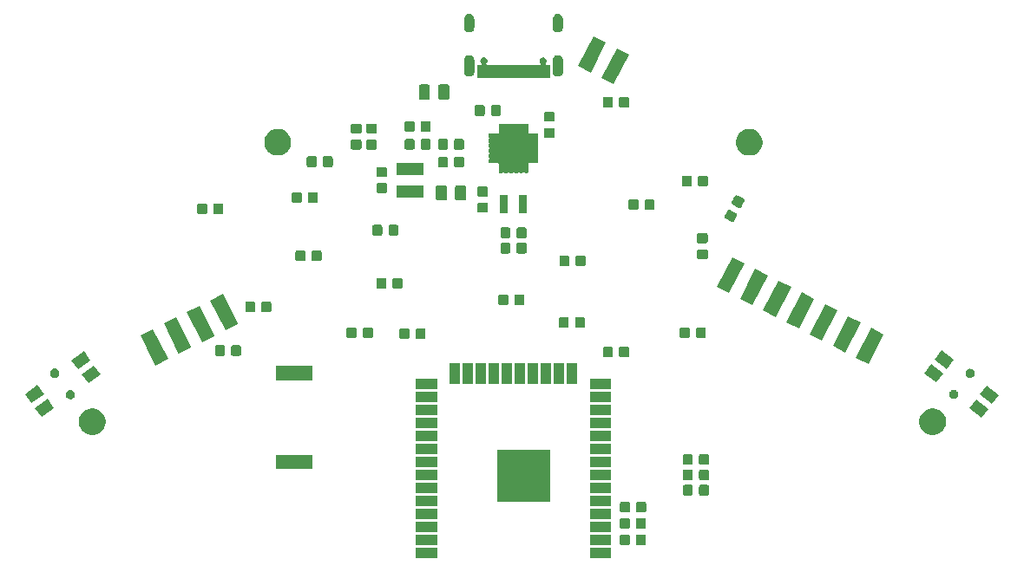
<source format=gbr>
G04 #@! TF.GenerationSoftware,KiCad,Pcbnew,5.1.5+dfsg1-2build2*
G04 #@! TF.CreationDate,2021-06-21T20:14:41+02:00*
G04 #@! TF.ProjectId,chip,63686970-2e6b-4696-9361-645f70636258,rev?*
G04 #@! TF.SameCoordinates,Original*
G04 #@! TF.FileFunction,Soldermask,Top*
G04 #@! TF.FilePolarity,Negative*
%FSLAX46Y46*%
G04 Gerber Fmt 4.6, Leading zero omitted, Abs format (unit mm)*
G04 Created by KiCad (PCBNEW 5.1.5+dfsg1-2build2) date 2021-06-21 20:14:41*
%MOMM*%
%LPD*%
G04 APERTURE LIST*
%ADD10C,0.100000*%
G04 APERTURE END LIST*
D10*
G36*
X179551000Y-117006000D02*
G01*
X177449000Y-117006000D01*
X177449000Y-116004000D01*
X179551000Y-116004000D01*
X179551000Y-117006000D01*
G37*
G36*
X162551000Y-117006000D02*
G01*
X160449000Y-117006000D01*
X160449000Y-116004000D01*
X162551000Y-116004000D01*
X162551000Y-117006000D01*
G37*
G36*
X182779591Y-114728085D02*
G01*
X182813569Y-114738393D01*
X182844890Y-114755134D01*
X182872339Y-114777661D01*
X182894866Y-114805110D01*
X182911607Y-114836431D01*
X182921915Y-114870409D01*
X182926000Y-114911890D01*
X182926000Y-115588110D01*
X182921915Y-115629591D01*
X182911607Y-115663569D01*
X182894866Y-115694890D01*
X182872339Y-115722339D01*
X182844890Y-115744866D01*
X182813569Y-115761607D01*
X182779591Y-115771915D01*
X182738110Y-115776000D01*
X182136890Y-115776000D01*
X182095409Y-115771915D01*
X182061431Y-115761607D01*
X182030110Y-115744866D01*
X182002661Y-115722339D01*
X181980134Y-115694890D01*
X181963393Y-115663569D01*
X181953085Y-115629591D01*
X181949000Y-115588110D01*
X181949000Y-114911890D01*
X181953085Y-114870409D01*
X181963393Y-114836431D01*
X181980134Y-114805110D01*
X182002661Y-114777661D01*
X182030110Y-114755134D01*
X182061431Y-114738393D01*
X182095409Y-114728085D01*
X182136890Y-114724000D01*
X182738110Y-114724000D01*
X182779591Y-114728085D01*
G37*
G36*
X181204591Y-114728085D02*
G01*
X181238569Y-114738393D01*
X181269890Y-114755134D01*
X181297339Y-114777661D01*
X181319866Y-114805110D01*
X181336607Y-114836431D01*
X181346915Y-114870409D01*
X181351000Y-114911890D01*
X181351000Y-115588110D01*
X181346915Y-115629591D01*
X181336607Y-115663569D01*
X181319866Y-115694890D01*
X181297339Y-115722339D01*
X181269890Y-115744866D01*
X181238569Y-115761607D01*
X181204591Y-115771915D01*
X181163110Y-115776000D01*
X180561890Y-115776000D01*
X180520409Y-115771915D01*
X180486431Y-115761607D01*
X180455110Y-115744866D01*
X180427661Y-115722339D01*
X180405134Y-115694890D01*
X180388393Y-115663569D01*
X180378085Y-115629591D01*
X180374000Y-115588110D01*
X180374000Y-114911890D01*
X180378085Y-114870409D01*
X180388393Y-114836431D01*
X180405134Y-114805110D01*
X180427661Y-114777661D01*
X180455110Y-114755134D01*
X180486431Y-114738393D01*
X180520409Y-114728085D01*
X180561890Y-114724000D01*
X181163110Y-114724000D01*
X181204591Y-114728085D01*
G37*
G36*
X162551000Y-115736000D02*
G01*
X160449000Y-115736000D01*
X160449000Y-114734000D01*
X162551000Y-114734000D01*
X162551000Y-115736000D01*
G37*
G36*
X179551000Y-115736000D02*
G01*
X177449000Y-115736000D01*
X177449000Y-114734000D01*
X179551000Y-114734000D01*
X179551000Y-115736000D01*
G37*
G36*
X179551000Y-114466000D02*
G01*
X177449000Y-114466000D01*
X177449000Y-113464000D01*
X179551000Y-113464000D01*
X179551000Y-114466000D01*
G37*
G36*
X162551000Y-114466000D02*
G01*
X160449000Y-114466000D01*
X160449000Y-113464000D01*
X162551000Y-113464000D01*
X162551000Y-114466000D01*
G37*
G36*
X182779591Y-113128085D02*
G01*
X182813569Y-113138393D01*
X182844890Y-113155134D01*
X182872339Y-113177661D01*
X182894866Y-113205110D01*
X182911607Y-113236431D01*
X182921915Y-113270409D01*
X182926000Y-113311890D01*
X182926000Y-113988110D01*
X182921915Y-114029591D01*
X182911607Y-114063569D01*
X182894866Y-114094890D01*
X182872339Y-114122339D01*
X182844890Y-114144866D01*
X182813569Y-114161607D01*
X182779591Y-114171915D01*
X182738110Y-114176000D01*
X182136890Y-114176000D01*
X182095409Y-114171915D01*
X182061431Y-114161607D01*
X182030110Y-114144866D01*
X182002661Y-114122339D01*
X181980134Y-114094890D01*
X181963393Y-114063569D01*
X181953085Y-114029591D01*
X181949000Y-113988110D01*
X181949000Y-113311890D01*
X181953085Y-113270409D01*
X181963393Y-113236431D01*
X181980134Y-113205110D01*
X182002661Y-113177661D01*
X182030110Y-113155134D01*
X182061431Y-113138393D01*
X182095409Y-113128085D01*
X182136890Y-113124000D01*
X182738110Y-113124000D01*
X182779591Y-113128085D01*
G37*
G36*
X181204591Y-113128085D02*
G01*
X181238569Y-113138393D01*
X181269890Y-113155134D01*
X181297339Y-113177661D01*
X181319866Y-113205110D01*
X181336607Y-113236431D01*
X181346915Y-113270409D01*
X181351000Y-113311890D01*
X181351000Y-113988110D01*
X181346915Y-114029591D01*
X181336607Y-114063569D01*
X181319866Y-114094890D01*
X181297339Y-114122339D01*
X181269890Y-114144866D01*
X181238569Y-114161607D01*
X181204591Y-114171915D01*
X181163110Y-114176000D01*
X180561890Y-114176000D01*
X180520409Y-114171915D01*
X180486431Y-114161607D01*
X180455110Y-114144866D01*
X180427661Y-114122339D01*
X180405134Y-114094890D01*
X180388393Y-114063569D01*
X180378085Y-114029591D01*
X180374000Y-113988110D01*
X180374000Y-113311890D01*
X180378085Y-113270409D01*
X180388393Y-113236431D01*
X180405134Y-113205110D01*
X180427661Y-113177661D01*
X180455110Y-113155134D01*
X180486431Y-113138393D01*
X180520409Y-113128085D01*
X180561890Y-113124000D01*
X181163110Y-113124000D01*
X181204591Y-113128085D01*
G37*
G36*
X179551000Y-113196000D02*
G01*
X177449000Y-113196000D01*
X177449000Y-112194000D01*
X179551000Y-112194000D01*
X179551000Y-113196000D01*
G37*
G36*
X162551000Y-113196000D02*
G01*
X160449000Y-113196000D01*
X160449000Y-112194000D01*
X162551000Y-112194000D01*
X162551000Y-113196000D01*
G37*
G36*
X181217091Y-111528085D02*
G01*
X181251069Y-111538393D01*
X181282390Y-111555134D01*
X181309839Y-111577661D01*
X181332366Y-111605110D01*
X181349107Y-111636431D01*
X181359415Y-111670409D01*
X181363500Y-111711890D01*
X181363500Y-112388110D01*
X181359415Y-112429591D01*
X181349107Y-112463569D01*
X181332366Y-112494890D01*
X181309839Y-112522339D01*
X181282390Y-112544866D01*
X181251069Y-112561607D01*
X181217091Y-112571915D01*
X181175610Y-112576000D01*
X180574390Y-112576000D01*
X180532909Y-112571915D01*
X180498931Y-112561607D01*
X180467610Y-112544866D01*
X180440161Y-112522339D01*
X180417634Y-112494890D01*
X180400893Y-112463569D01*
X180390585Y-112429591D01*
X180386500Y-112388110D01*
X180386500Y-111711890D01*
X180390585Y-111670409D01*
X180400893Y-111636431D01*
X180417634Y-111605110D01*
X180440161Y-111577661D01*
X180467610Y-111555134D01*
X180498931Y-111538393D01*
X180532909Y-111528085D01*
X180574390Y-111524000D01*
X181175610Y-111524000D01*
X181217091Y-111528085D01*
G37*
G36*
X182792091Y-111528085D02*
G01*
X182826069Y-111538393D01*
X182857390Y-111555134D01*
X182884839Y-111577661D01*
X182907366Y-111605110D01*
X182924107Y-111636431D01*
X182934415Y-111670409D01*
X182938500Y-111711890D01*
X182938500Y-112388110D01*
X182934415Y-112429591D01*
X182924107Y-112463569D01*
X182907366Y-112494890D01*
X182884839Y-112522339D01*
X182857390Y-112544866D01*
X182826069Y-112561607D01*
X182792091Y-112571915D01*
X182750610Y-112576000D01*
X182149390Y-112576000D01*
X182107909Y-112571915D01*
X182073931Y-112561607D01*
X182042610Y-112544866D01*
X182015161Y-112522339D01*
X181992634Y-112494890D01*
X181975893Y-112463569D01*
X181965585Y-112429591D01*
X181961500Y-112388110D01*
X181961500Y-111711890D01*
X181965585Y-111670409D01*
X181975893Y-111636431D01*
X181992634Y-111605110D01*
X182015161Y-111577661D01*
X182042610Y-111555134D01*
X182073931Y-111538393D01*
X182107909Y-111528085D01*
X182149390Y-111524000D01*
X182750610Y-111524000D01*
X182792091Y-111528085D01*
G37*
G36*
X162551000Y-111926000D02*
G01*
X160449000Y-111926000D01*
X160449000Y-110924000D01*
X162551000Y-110924000D01*
X162551000Y-111926000D01*
G37*
G36*
X179551000Y-111926000D02*
G01*
X177449000Y-111926000D01*
X177449000Y-110924000D01*
X179551000Y-110924000D01*
X179551000Y-111926000D01*
G37*
G36*
X173551000Y-111556000D02*
G01*
X168449000Y-111556000D01*
X168449000Y-106454000D01*
X173551000Y-106454000D01*
X173551000Y-111556000D01*
G37*
G36*
X188929591Y-109878085D02*
G01*
X188963569Y-109888393D01*
X188994890Y-109905134D01*
X189022339Y-109927661D01*
X189044866Y-109955110D01*
X189061607Y-109986431D01*
X189071915Y-110020409D01*
X189076000Y-110061890D01*
X189076000Y-110738110D01*
X189071915Y-110779591D01*
X189061607Y-110813569D01*
X189044866Y-110844890D01*
X189022339Y-110872339D01*
X188994890Y-110894866D01*
X188963569Y-110911607D01*
X188929591Y-110921915D01*
X188888110Y-110926000D01*
X188286890Y-110926000D01*
X188245409Y-110921915D01*
X188211431Y-110911607D01*
X188180110Y-110894866D01*
X188152661Y-110872339D01*
X188130134Y-110844890D01*
X188113393Y-110813569D01*
X188103085Y-110779591D01*
X188099000Y-110738110D01*
X188099000Y-110061890D01*
X188103085Y-110020409D01*
X188113393Y-109986431D01*
X188130134Y-109955110D01*
X188152661Y-109927661D01*
X188180110Y-109905134D01*
X188211431Y-109888393D01*
X188245409Y-109878085D01*
X188286890Y-109874000D01*
X188888110Y-109874000D01*
X188929591Y-109878085D01*
G37*
G36*
X187354591Y-109878085D02*
G01*
X187388569Y-109888393D01*
X187419890Y-109905134D01*
X187447339Y-109927661D01*
X187469866Y-109955110D01*
X187486607Y-109986431D01*
X187496915Y-110020409D01*
X187501000Y-110061890D01*
X187501000Y-110738110D01*
X187496915Y-110779591D01*
X187486607Y-110813569D01*
X187469866Y-110844890D01*
X187447339Y-110872339D01*
X187419890Y-110894866D01*
X187388569Y-110911607D01*
X187354591Y-110921915D01*
X187313110Y-110926000D01*
X186711890Y-110926000D01*
X186670409Y-110921915D01*
X186636431Y-110911607D01*
X186605110Y-110894866D01*
X186577661Y-110872339D01*
X186555134Y-110844890D01*
X186538393Y-110813569D01*
X186528085Y-110779591D01*
X186524000Y-110738110D01*
X186524000Y-110061890D01*
X186528085Y-110020409D01*
X186538393Y-109986431D01*
X186555134Y-109955110D01*
X186577661Y-109927661D01*
X186605110Y-109905134D01*
X186636431Y-109888393D01*
X186670409Y-109878085D01*
X186711890Y-109874000D01*
X187313110Y-109874000D01*
X187354591Y-109878085D01*
G37*
G36*
X179551000Y-110656000D02*
G01*
X177449000Y-110656000D01*
X177449000Y-109654000D01*
X179551000Y-109654000D01*
X179551000Y-110656000D01*
G37*
G36*
X162551000Y-110656000D02*
G01*
X160449000Y-110656000D01*
X160449000Y-109654000D01*
X162551000Y-109654000D01*
X162551000Y-110656000D01*
G37*
G36*
X187354591Y-108378085D02*
G01*
X187388569Y-108388393D01*
X187419890Y-108405134D01*
X187447339Y-108427661D01*
X187469866Y-108455110D01*
X187486607Y-108486431D01*
X187496915Y-108520409D01*
X187501000Y-108561890D01*
X187501000Y-109238110D01*
X187496915Y-109279591D01*
X187486607Y-109313569D01*
X187469866Y-109344890D01*
X187447339Y-109372339D01*
X187419890Y-109394866D01*
X187388569Y-109411607D01*
X187354591Y-109421915D01*
X187313110Y-109426000D01*
X186711890Y-109426000D01*
X186670409Y-109421915D01*
X186636431Y-109411607D01*
X186605110Y-109394866D01*
X186577661Y-109372339D01*
X186555134Y-109344890D01*
X186538393Y-109313569D01*
X186528085Y-109279591D01*
X186524000Y-109238110D01*
X186524000Y-108561890D01*
X186528085Y-108520409D01*
X186538393Y-108486431D01*
X186555134Y-108455110D01*
X186577661Y-108427661D01*
X186605110Y-108405134D01*
X186636431Y-108388393D01*
X186670409Y-108378085D01*
X186711890Y-108374000D01*
X187313110Y-108374000D01*
X187354591Y-108378085D01*
G37*
G36*
X188929591Y-108378085D02*
G01*
X188963569Y-108388393D01*
X188994890Y-108405134D01*
X189022339Y-108427661D01*
X189044866Y-108455110D01*
X189061607Y-108486431D01*
X189071915Y-108520409D01*
X189076000Y-108561890D01*
X189076000Y-109238110D01*
X189071915Y-109279591D01*
X189061607Y-109313569D01*
X189044866Y-109344890D01*
X189022339Y-109372339D01*
X188994890Y-109394866D01*
X188963569Y-109411607D01*
X188929591Y-109421915D01*
X188888110Y-109426000D01*
X188286890Y-109426000D01*
X188245409Y-109421915D01*
X188211431Y-109411607D01*
X188180110Y-109394866D01*
X188152661Y-109372339D01*
X188130134Y-109344890D01*
X188113393Y-109313569D01*
X188103085Y-109279591D01*
X188099000Y-109238110D01*
X188099000Y-108561890D01*
X188103085Y-108520409D01*
X188113393Y-108486431D01*
X188130134Y-108455110D01*
X188152661Y-108427661D01*
X188180110Y-108405134D01*
X188211431Y-108388393D01*
X188245409Y-108378085D01*
X188286890Y-108374000D01*
X188888110Y-108374000D01*
X188929591Y-108378085D01*
G37*
G36*
X179551000Y-109386000D02*
G01*
X177449000Y-109386000D01*
X177449000Y-108384000D01*
X179551000Y-108384000D01*
X179551000Y-109386000D01*
G37*
G36*
X162551000Y-109386000D02*
G01*
X160449000Y-109386000D01*
X160449000Y-108384000D01*
X162551000Y-108384000D01*
X162551000Y-109386000D01*
G37*
G36*
X150351000Y-108351000D02*
G01*
X146849000Y-108351000D01*
X146849000Y-106949000D01*
X150351000Y-106949000D01*
X150351000Y-108351000D01*
G37*
G36*
X162551000Y-108116000D02*
G01*
X160449000Y-108116000D01*
X160449000Y-107114000D01*
X162551000Y-107114000D01*
X162551000Y-108116000D01*
G37*
G36*
X179551000Y-108116000D02*
G01*
X177449000Y-108116000D01*
X177449000Y-107114000D01*
X179551000Y-107114000D01*
X179551000Y-108116000D01*
G37*
G36*
X188929591Y-106878085D02*
G01*
X188963569Y-106888393D01*
X188994890Y-106905134D01*
X189022339Y-106927661D01*
X189044866Y-106955110D01*
X189061607Y-106986431D01*
X189071915Y-107020409D01*
X189076000Y-107061890D01*
X189076000Y-107738110D01*
X189071915Y-107779591D01*
X189061607Y-107813569D01*
X189044866Y-107844890D01*
X189022339Y-107872339D01*
X188994890Y-107894866D01*
X188963569Y-107911607D01*
X188929591Y-107921915D01*
X188888110Y-107926000D01*
X188286890Y-107926000D01*
X188245409Y-107921915D01*
X188211431Y-107911607D01*
X188180110Y-107894866D01*
X188152661Y-107872339D01*
X188130134Y-107844890D01*
X188113393Y-107813569D01*
X188103085Y-107779591D01*
X188099000Y-107738110D01*
X188099000Y-107061890D01*
X188103085Y-107020409D01*
X188113393Y-106986431D01*
X188130134Y-106955110D01*
X188152661Y-106927661D01*
X188180110Y-106905134D01*
X188211431Y-106888393D01*
X188245409Y-106878085D01*
X188286890Y-106874000D01*
X188888110Y-106874000D01*
X188929591Y-106878085D01*
G37*
G36*
X187354591Y-106878085D02*
G01*
X187388569Y-106888393D01*
X187419890Y-106905134D01*
X187447339Y-106927661D01*
X187469866Y-106955110D01*
X187486607Y-106986431D01*
X187496915Y-107020409D01*
X187501000Y-107061890D01*
X187501000Y-107738110D01*
X187496915Y-107779591D01*
X187486607Y-107813569D01*
X187469866Y-107844890D01*
X187447339Y-107872339D01*
X187419890Y-107894866D01*
X187388569Y-107911607D01*
X187354591Y-107921915D01*
X187313110Y-107926000D01*
X186711890Y-107926000D01*
X186670409Y-107921915D01*
X186636431Y-107911607D01*
X186605110Y-107894866D01*
X186577661Y-107872339D01*
X186555134Y-107844890D01*
X186538393Y-107813569D01*
X186528085Y-107779591D01*
X186524000Y-107738110D01*
X186524000Y-107061890D01*
X186528085Y-107020409D01*
X186538393Y-106986431D01*
X186555134Y-106955110D01*
X186577661Y-106927661D01*
X186605110Y-106905134D01*
X186636431Y-106888393D01*
X186670409Y-106878085D01*
X186711890Y-106874000D01*
X187313110Y-106874000D01*
X187354591Y-106878085D01*
G37*
G36*
X162551000Y-106846000D02*
G01*
X160449000Y-106846000D01*
X160449000Y-105844000D01*
X162551000Y-105844000D01*
X162551000Y-106846000D01*
G37*
G36*
X179551000Y-106846000D02*
G01*
X177449000Y-106846000D01*
X177449000Y-105844000D01*
X179551000Y-105844000D01*
X179551000Y-106846000D01*
G37*
G36*
X162551000Y-105576000D02*
G01*
X160449000Y-105576000D01*
X160449000Y-104574000D01*
X162551000Y-104574000D01*
X162551000Y-105576000D01*
G37*
G36*
X179551000Y-105576000D02*
G01*
X177449000Y-105576000D01*
X177449000Y-104574000D01*
X179551000Y-104574000D01*
X179551000Y-105576000D01*
G37*
G36*
X211279487Y-102448996D02*
G01*
X211516253Y-102547068D01*
X211516255Y-102547069D01*
X211729339Y-102689447D01*
X211910553Y-102870661D01*
X212052932Y-103083747D01*
X212151004Y-103320513D01*
X212201000Y-103571861D01*
X212201000Y-103828139D01*
X212151004Y-104079487D01*
X212057179Y-104306000D01*
X212052931Y-104316255D01*
X211910553Y-104529339D01*
X211729339Y-104710553D01*
X211516255Y-104852931D01*
X211516254Y-104852932D01*
X211516253Y-104852932D01*
X211279487Y-104951004D01*
X211028139Y-105001000D01*
X210771861Y-105001000D01*
X210520513Y-104951004D01*
X210283747Y-104852932D01*
X210283746Y-104852932D01*
X210283745Y-104852931D01*
X210070661Y-104710553D01*
X209889447Y-104529339D01*
X209747069Y-104316255D01*
X209742821Y-104306000D01*
X209648996Y-104079487D01*
X209599000Y-103828139D01*
X209599000Y-103571861D01*
X209648996Y-103320513D01*
X209747068Y-103083747D01*
X209889447Y-102870661D01*
X210070661Y-102689447D01*
X210283745Y-102547069D01*
X210283747Y-102547068D01*
X210520513Y-102448996D01*
X210771861Y-102399000D01*
X211028139Y-102399000D01*
X211279487Y-102448996D01*
G37*
G36*
X129279487Y-102448996D02*
G01*
X129516253Y-102547068D01*
X129516255Y-102547069D01*
X129729339Y-102689447D01*
X129910553Y-102870661D01*
X130052932Y-103083747D01*
X130151004Y-103320513D01*
X130201000Y-103571861D01*
X130201000Y-103828139D01*
X130151004Y-104079487D01*
X130057179Y-104306000D01*
X130052931Y-104316255D01*
X129910553Y-104529339D01*
X129729339Y-104710553D01*
X129516255Y-104852931D01*
X129516254Y-104852932D01*
X129516253Y-104852932D01*
X129279487Y-104951004D01*
X129028139Y-105001000D01*
X128771861Y-105001000D01*
X128520513Y-104951004D01*
X128283747Y-104852932D01*
X128283746Y-104852932D01*
X128283745Y-104852931D01*
X128070661Y-104710553D01*
X127889447Y-104529339D01*
X127747069Y-104316255D01*
X127742821Y-104306000D01*
X127648996Y-104079487D01*
X127599000Y-103828139D01*
X127599000Y-103571861D01*
X127648996Y-103320513D01*
X127747068Y-103083747D01*
X127889447Y-102870661D01*
X128070661Y-102689447D01*
X128283745Y-102547069D01*
X128283747Y-102547068D01*
X128520513Y-102448996D01*
X128771861Y-102399000D01*
X129028139Y-102399000D01*
X129279487Y-102448996D01*
G37*
G36*
X179551000Y-104306000D02*
G01*
X177449000Y-104306000D01*
X177449000Y-103304000D01*
X179551000Y-103304000D01*
X179551000Y-104306000D01*
G37*
G36*
X162551000Y-104306000D02*
G01*
X160449000Y-104306000D01*
X160449000Y-103304000D01*
X162551000Y-103304000D01*
X162551000Y-104306000D01*
G37*
G36*
X216333361Y-102461230D02*
G01*
X215654902Y-103329618D01*
X214471309Y-102404894D01*
X215149768Y-101536506D01*
X216333361Y-102461230D01*
G37*
G36*
X125195200Y-102378255D02*
G01*
X125195200Y-102378256D01*
X123980057Y-103261109D01*
X123332318Y-102369573D01*
X123332318Y-102369572D01*
X124547461Y-101486719D01*
X125195200Y-102378255D01*
G37*
G36*
X179551000Y-103036000D02*
G01*
X177449000Y-103036000D01*
X177449000Y-102034000D01*
X179551000Y-102034000D01*
X179551000Y-103036000D01*
G37*
G36*
X162551000Y-103036000D02*
G01*
X160449000Y-103036000D01*
X160449000Y-102034000D01*
X162551000Y-102034000D01*
X162551000Y-103036000D01*
G37*
G36*
X217379985Y-101121612D02*
G01*
X216701526Y-101990000D01*
X215517933Y-101065276D01*
X216196392Y-100196888D01*
X217379985Y-101121612D01*
G37*
G36*
X124195965Y-101002926D02*
G01*
X124195965Y-101002927D01*
X122980822Y-101885780D01*
X122333083Y-100994244D01*
X122333083Y-100994243D01*
X123548226Y-100111390D01*
X124195965Y-101002926D01*
G37*
G36*
X179551000Y-101766000D02*
G01*
X177449000Y-101766000D01*
X177449000Y-100764000D01*
X179551000Y-100764000D01*
X179551000Y-101766000D01*
G37*
G36*
X162551000Y-101766000D02*
G01*
X160449000Y-101766000D01*
X160449000Y-100764000D01*
X162551000Y-100764000D01*
X162551000Y-101766000D01*
G37*
G36*
X126895673Y-100618053D02*
G01*
X126977748Y-100652050D01*
X126977750Y-100652051D01*
X127010747Y-100674099D01*
X127051616Y-100701407D01*
X127114436Y-100764227D01*
X127163793Y-100838095D01*
X127197790Y-100920170D01*
X127215121Y-101007301D01*
X127215121Y-101096143D01*
X127197790Y-101183274D01*
X127163793Y-101265349D01*
X127163792Y-101265351D01*
X127114435Y-101339218D01*
X127051617Y-101402036D01*
X126977750Y-101451393D01*
X126977749Y-101451394D01*
X126977748Y-101451394D01*
X126895673Y-101485391D01*
X126808542Y-101502722D01*
X126719700Y-101502722D01*
X126632569Y-101485391D01*
X126550494Y-101451394D01*
X126550493Y-101451394D01*
X126550492Y-101451393D01*
X126476625Y-101402036D01*
X126413807Y-101339218D01*
X126364450Y-101265351D01*
X126364449Y-101265349D01*
X126330452Y-101183274D01*
X126313121Y-101096143D01*
X126313121Y-101007301D01*
X126330452Y-100920170D01*
X126364449Y-100838095D01*
X126413806Y-100764227D01*
X126476626Y-100701407D01*
X126517495Y-100674099D01*
X126550492Y-100652051D01*
X126550494Y-100652050D01*
X126632569Y-100618053D01*
X126719700Y-100600722D01*
X126808542Y-100600722D01*
X126895673Y-100618053D01*
G37*
G36*
X213081192Y-100590745D02*
G01*
X213163267Y-100624742D01*
X213163269Y-100624743D01*
X213200453Y-100649589D01*
X213237135Y-100674099D01*
X213299955Y-100736919D01*
X213349312Y-100810787D01*
X213383309Y-100892862D01*
X213400640Y-100979993D01*
X213400640Y-101068835D01*
X213383309Y-101155966D01*
X213349312Y-101238041D01*
X213349311Y-101238043D01*
X213299954Y-101311910D01*
X213237136Y-101374728D01*
X213163269Y-101424085D01*
X213163268Y-101424086D01*
X213163267Y-101424086D01*
X213081192Y-101458083D01*
X212994061Y-101475414D01*
X212905219Y-101475414D01*
X212818088Y-101458083D01*
X212736013Y-101424086D01*
X212736012Y-101424086D01*
X212736011Y-101424085D01*
X212662144Y-101374728D01*
X212599326Y-101311910D01*
X212549969Y-101238043D01*
X212549968Y-101238041D01*
X212515971Y-101155966D01*
X212498640Y-101068835D01*
X212498640Y-100979993D01*
X212515971Y-100892862D01*
X212549968Y-100810787D01*
X212599325Y-100736919D01*
X212662145Y-100674099D01*
X212698827Y-100649589D01*
X212736011Y-100624743D01*
X212736013Y-100624742D01*
X212818088Y-100590745D01*
X212905219Y-100573414D01*
X212994061Y-100573414D01*
X213081192Y-100590745D01*
G37*
G36*
X179551000Y-100496000D02*
G01*
X177449000Y-100496000D01*
X177449000Y-99494000D01*
X179551000Y-99494000D01*
X179551000Y-100496000D01*
G37*
G36*
X162551000Y-100496000D02*
G01*
X160449000Y-100496000D01*
X160449000Y-99494000D01*
X162551000Y-99494000D01*
X162551000Y-100496000D01*
G37*
G36*
X174946000Y-100046000D02*
G01*
X173944000Y-100046000D01*
X173944000Y-97944000D01*
X174946000Y-97944000D01*
X174946000Y-100046000D01*
G37*
G36*
X171136000Y-100046000D02*
G01*
X170134000Y-100046000D01*
X170134000Y-97944000D01*
X171136000Y-97944000D01*
X171136000Y-100046000D01*
G37*
G36*
X173676000Y-100046000D02*
G01*
X172674000Y-100046000D01*
X172674000Y-97944000D01*
X173676000Y-97944000D01*
X173676000Y-100046000D01*
G37*
G36*
X176216000Y-100046000D02*
G01*
X175214000Y-100046000D01*
X175214000Y-97944000D01*
X176216000Y-97944000D01*
X176216000Y-100046000D01*
G37*
G36*
X172406000Y-100046000D02*
G01*
X171404000Y-100046000D01*
X171404000Y-97944000D01*
X172406000Y-97944000D01*
X172406000Y-100046000D01*
G37*
G36*
X168596000Y-100046000D02*
G01*
X167594000Y-100046000D01*
X167594000Y-97944000D01*
X168596000Y-97944000D01*
X168596000Y-100046000D01*
G37*
G36*
X167326000Y-100046000D02*
G01*
X166324000Y-100046000D01*
X166324000Y-97944000D01*
X167326000Y-97944000D01*
X167326000Y-100046000D01*
G37*
G36*
X169866000Y-100046000D02*
G01*
X168864000Y-100046000D01*
X168864000Y-97944000D01*
X169866000Y-97944000D01*
X169866000Y-100046000D01*
G37*
G36*
X164786000Y-100046000D02*
G01*
X163784000Y-100046000D01*
X163784000Y-97944000D01*
X164786000Y-97944000D01*
X164786000Y-100046000D01*
G37*
G36*
X166056000Y-100046000D02*
G01*
X165054000Y-100046000D01*
X165054000Y-97944000D01*
X166056000Y-97944000D01*
X166056000Y-100046000D01*
G37*
G36*
X129725695Y-99086658D02*
G01*
X129725695Y-99086659D01*
X128510552Y-99969512D01*
X127862813Y-99077976D01*
X127862813Y-99077975D01*
X129077956Y-98195122D01*
X129725695Y-99086658D01*
G37*
G36*
X211920501Y-99013526D02*
G01*
X211242042Y-99881914D01*
X210058449Y-98957190D01*
X210736908Y-98088802D01*
X211920501Y-99013526D01*
G37*
G36*
X150351000Y-99651000D02*
G01*
X146849000Y-99651000D01*
X146849000Y-98249000D01*
X150351000Y-98249000D01*
X150351000Y-99651000D01*
G37*
G36*
X214681912Y-98541917D02*
G01*
X214763987Y-98575914D01*
X214763989Y-98575915D01*
X214791329Y-98594183D01*
X214837855Y-98625271D01*
X214900675Y-98688091D01*
X214950032Y-98761959D01*
X214984029Y-98844034D01*
X215001360Y-98931165D01*
X215001360Y-99020007D01*
X214984029Y-99107138D01*
X214950032Y-99189213D01*
X214950031Y-99189215D01*
X214900674Y-99263082D01*
X214837856Y-99325900D01*
X214763989Y-99375257D01*
X214763988Y-99375258D01*
X214763987Y-99375258D01*
X214681912Y-99409255D01*
X214594781Y-99426586D01*
X214505939Y-99426586D01*
X214418808Y-99409255D01*
X214336733Y-99375258D01*
X214336732Y-99375258D01*
X214336731Y-99375257D01*
X214262864Y-99325900D01*
X214200046Y-99263082D01*
X214150689Y-99189215D01*
X214150688Y-99189213D01*
X214116691Y-99107138D01*
X214099360Y-99020007D01*
X214099360Y-98931165D01*
X214116691Y-98844034D01*
X214150688Y-98761959D01*
X214200045Y-98688091D01*
X214262865Y-98625271D01*
X214309391Y-98594183D01*
X214336731Y-98575915D01*
X214336733Y-98575914D01*
X214418808Y-98541917D01*
X214505939Y-98524586D01*
X214594781Y-98524586D01*
X214681912Y-98541917D01*
G37*
G36*
X125367431Y-98514609D02*
G01*
X125449506Y-98548606D01*
X125449508Y-98548607D01*
X125486692Y-98573453D01*
X125523374Y-98597963D01*
X125586194Y-98660783D01*
X125635551Y-98734651D01*
X125669548Y-98816726D01*
X125686879Y-98903857D01*
X125686879Y-98992699D01*
X125669548Y-99079830D01*
X125635551Y-99161905D01*
X125635550Y-99161907D01*
X125586193Y-99235774D01*
X125523375Y-99298592D01*
X125449508Y-99347949D01*
X125449507Y-99347950D01*
X125449506Y-99347950D01*
X125367431Y-99381947D01*
X125280300Y-99399278D01*
X125191458Y-99399278D01*
X125104327Y-99381947D01*
X125022252Y-99347950D01*
X125022251Y-99347950D01*
X125022250Y-99347949D01*
X124948383Y-99298592D01*
X124885565Y-99235774D01*
X124836208Y-99161907D01*
X124836207Y-99161905D01*
X124802210Y-99079830D01*
X124784879Y-98992699D01*
X124784879Y-98903857D01*
X124802210Y-98816726D01*
X124836207Y-98734651D01*
X124885564Y-98660783D01*
X124948384Y-98597963D01*
X124985066Y-98573453D01*
X125022250Y-98548607D01*
X125022252Y-98548606D01*
X125104327Y-98514609D01*
X125191458Y-98497278D01*
X125280300Y-98497278D01*
X125367431Y-98514609D01*
G37*
G36*
X128726460Y-97711329D02*
G01*
X128726460Y-97711330D01*
X127511317Y-98594183D01*
X126863578Y-97702647D01*
X126863578Y-97702646D01*
X128078721Y-96819793D01*
X128726460Y-97711329D01*
G37*
G36*
X212967125Y-97673907D02*
G01*
X212288666Y-98542295D01*
X211105073Y-97617571D01*
X211783532Y-96749183D01*
X212967125Y-97673907D01*
G37*
G36*
X136209673Y-97421915D02*
G01*
X136292361Y-97587763D01*
X135064511Y-98199946D01*
X134816566Y-97702646D01*
X133600089Y-95262772D01*
X133600089Y-95262771D01*
X134827939Y-94650588D01*
X136209673Y-97421915D01*
G37*
G36*
X206132542Y-95155568D02*
G01*
X204642545Y-98079851D01*
X203420084Y-97456976D01*
X204910081Y-94532693D01*
X206132542Y-95155568D01*
G37*
G36*
X181129591Y-96378085D02*
G01*
X181163569Y-96388393D01*
X181194890Y-96405134D01*
X181222339Y-96427661D01*
X181244866Y-96455110D01*
X181261607Y-96486431D01*
X181271915Y-96520409D01*
X181276000Y-96561890D01*
X181276000Y-97238110D01*
X181271915Y-97279591D01*
X181261607Y-97313569D01*
X181244866Y-97344890D01*
X181222339Y-97372339D01*
X181194890Y-97394866D01*
X181163569Y-97411607D01*
X181129591Y-97421915D01*
X181088110Y-97426000D01*
X180486890Y-97426000D01*
X180445409Y-97421915D01*
X180411431Y-97411607D01*
X180380110Y-97394866D01*
X180352661Y-97372339D01*
X180330134Y-97344890D01*
X180313393Y-97313569D01*
X180303085Y-97279591D01*
X180299000Y-97238110D01*
X180299000Y-96561890D01*
X180303085Y-96520409D01*
X180313393Y-96486431D01*
X180330134Y-96455110D01*
X180352661Y-96427661D01*
X180380110Y-96405134D01*
X180411431Y-96388393D01*
X180445409Y-96378085D01*
X180486890Y-96374000D01*
X181088110Y-96374000D01*
X181129591Y-96378085D01*
G37*
G36*
X179554591Y-96378085D02*
G01*
X179588569Y-96388393D01*
X179619890Y-96405134D01*
X179647339Y-96427661D01*
X179669866Y-96455110D01*
X179686607Y-96486431D01*
X179696915Y-96520409D01*
X179701000Y-96561890D01*
X179701000Y-97238110D01*
X179696915Y-97279591D01*
X179686607Y-97313569D01*
X179669866Y-97344890D01*
X179647339Y-97372339D01*
X179619890Y-97394866D01*
X179588569Y-97411607D01*
X179554591Y-97421915D01*
X179513110Y-97426000D01*
X178911890Y-97426000D01*
X178870409Y-97421915D01*
X178836431Y-97411607D01*
X178805110Y-97394866D01*
X178777661Y-97372339D01*
X178755134Y-97344890D01*
X178738393Y-97313569D01*
X178728085Y-97279591D01*
X178724000Y-97238110D01*
X178724000Y-96561890D01*
X178728085Y-96520409D01*
X178738393Y-96486431D01*
X178755134Y-96455110D01*
X178777661Y-96427661D01*
X178805110Y-96405134D01*
X178836431Y-96388393D01*
X178870409Y-96378085D01*
X178911890Y-96374000D01*
X179513110Y-96374000D01*
X179554591Y-96378085D01*
G37*
G36*
X141704591Y-96228085D02*
G01*
X141738569Y-96238393D01*
X141769890Y-96255134D01*
X141797339Y-96277661D01*
X141819866Y-96305110D01*
X141836607Y-96336431D01*
X141846915Y-96370409D01*
X141851000Y-96411890D01*
X141851000Y-97088110D01*
X141846915Y-97129591D01*
X141836607Y-97163569D01*
X141819866Y-97194890D01*
X141797339Y-97222339D01*
X141769890Y-97244866D01*
X141738569Y-97261607D01*
X141704591Y-97271915D01*
X141663110Y-97276000D01*
X141061890Y-97276000D01*
X141020409Y-97271915D01*
X140986431Y-97261607D01*
X140955110Y-97244866D01*
X140927661Y-97222339D01*
X140905134Y-97194890D01*
X140888393Y-97163569D01*
X140878085Y-97129591D01*
X140874000Y-97088110D01*
X140874000Y-96411890D01*
X140878085Y-96370409D01*
X140888393Y-96336431D01*
X140905134Y-96305110D01*
X140927661Y-96277661D01*
X140955110Y-96255134D01*
X140986431Y-96238393D01*
X141020409Y-96228085D01*
X141061890Y-96224000D01*
X141663110Y-96224000D01*
X141704591Y-96228085D01*
G37*
G36*
X143279591Y-96228085D02*
G01*
X143313569Y-96238393D01*
X143344890Y-96255134D01*
X143372339Y-96277661D01*
X143394866Y-96305110D01*
X143411607Y-96336431D01*
X143421915Y-96370409D01*
X143426000Y-96411890D01*
X143426000Y-97088110D01*
X143421915Y-97129591D01*
X143411607Y-97163569D01*
X143394866Y-97194890D01*
X143372339Y-97222339D01*
X143344890Y-97244866D01*
X143313569Y-97261607D01*
X143279591Y-97271915D01*
X143238110Y-97276000D01*
X142636890Y-97276000D01*
X142595409Y-97271915D01*
X142561431Y-97261607D01*
X142530110Y-97244866D01*
X142502661Y-97222339D01*
X142480134Y-97194890D01*
X142463393Y-97163569D01*
X142453085Y-97129591D01*
X142449000Y-97088110D01*
X142449000Y-96411890D01*
X142453085Y-96370409D01*
X142463393Y-96336431D01*
X142480134Y-96305110D01*
X142502661Y-96277661D01*
X142530110Y-96255134D01*
X142561431Y-96238393D01*
X142595409Y-96228085D01*
X142636890Y-96224000D01*
X143238110Y-96224000D01*
X143279591Y-96228085D01*
G37*
G36*
X138545922Y-96415164D02*
G01*
X138565494Y-96454421D01*
X137337644Y-97066604D01*
X137267898Y-96926715D01*
X135873222Y-94129430D01*
X135873222Y-94129429D01*
X137101072Y-93517246D01*
X138545922Y-96415164D01*
G37*
G36*
X203869385Y-94002432D02*
G01*
X202379388Y-96926715D01*
X201156927Y-96303840D01*
X202646924Y-93379557D01*
X203869385Y-94002432D01*
G37*
G36*
X140809557Y-95262771D02*
G01*
X140838627Y-95321078D01*
X139610777Y-95933261D01*
X138146355Y-92996087D01*
X138146355Y-92996086D01*
X139374205Y-92383903D01*
X140809557Y-95262771D01*
G37*
G36*
X201606229Y-92849296D02*
G01*
X200116232Y-95773579D01*
X198893771Y-95150704D01*
X200383768Y-92226421D01*
X201606229Y-92849296D01*
G37*
G36*
X161279591Y-94578085D02*
G01*
X161313569Y-94588393D01*
X161344890Y-94605134D01*
X161372339Y-94627661D01*
X161394866Y-94655110D01*
X161411607Y-94686431D01*
X161421915Y-94720409D01*
X161426000Y-94761890D01*
X161426000Y-95438110D01*
X161421915Y-95479591D01*
X161411607Y-95513569D01*
X161394866Y-95544890D01*
X161372339Y-95572339D01*
X161344890Y-95594866D01*
X161313569Y-95611607D01*
X161279591Y-95621915D01*
X161238110Y-95626000D01*
X160636890Y-95626000D01*
X160595409Y-95621915D01*
X160561431Y-95611607D01*
X160530110Y-95594866D01*
X160502661Y-95572339D01*
X160480134Y-95544890D01*
X160463393Y-95513569D01*
X160453085Y-95479591D01*
X160449000Y-95438110D01*
X160449000Y-94761890D01*
X160453085Y-94720409D01*
X160463393Y-94686431D01*
X160480134Y-94655110D01*
X160502661Y-94627661D01*
X160530110Y-94605134D01*
X160561431Y-94588393D01*
X160595409Y-94578085D01*
X160636890Y-94574000D01*
X161238110Y-94574000D01*
X161279591Y-94578085D01*
G37*
G36*
X159704591Y-94578085D02*
G01*
X159738569Y-94588393D01*
X159769890Y-94605134D01*
X159797339Y-94627661D01*
X159819866Y-94655110D01*
X159836607Y-94686431D01*
X159846915Y-94720409D01*
X159851000Y-94761890D01*
X159851000Y-95438110D01*
X159846915Y-95479591D01*
X159836607Y-95513569D01*
X159819866Y-95544890D01*
X159797339Y-95572339D01*
X159769890Y-95594866D01*
X159738569Y-95611607D01*
X159704591Y-95621915D01*
X159663110Y-95626000D01*
X159061890Y-95626000D01*
X159020409Y-95621915D01*
X158986431Y-95611607D01*
X158955110Y-95594866D01*
X158927661Y-95572339D01*
X158905134Y-95544890D01*
X158888393Y-95513569D01*
X158878085Y-95479591D01*
X158874000Y-95438110D01*
X158874000Y-94761890D01*
X158878085Y-94720409D01*
X158888393Y-94686431D01*
X158905134Y-94655110D01*
X158927661Y-94627661D01*
X158955110Y-94605134D01*
X158986431Y-94588393D01*
X159020409Y-94578085D01*
X159061890Y-94574000D01*
X159663110Y-94574000D01*
X159704591Y-94578085D01*
G37*
G36*
X187054591Y-94478085D02*
G01*
X187088569Y-94488393D01*
X187119890Y-94505134D01*
X187147339Y-94527661D01*
X187169866Y-94555110D01*
X187186607Y-94586431D01*
X187196915Y-94620409D01*
X187201000Y-94661890D01*
X187201000Y-95338110D01*
X187196915Y-95379591D01*
X187186607Y-95413569D01*
X187169866Y-95444890D01*
X187147339Y-95472339D01*
X187119890Y-95494866D01*
X187088569Y-95511607D01*
X187054591Y-95521915D01*
X187013110Y-95526000D01*
X186411890Y-95526000D01*
X186370409Y-95521915D01*
X186336431Y-95511607D01*
X186305110Y-95494866D01*
X186277661Y-95472339D01*
X186255134Y-95444890D01*
X186238393Y-95413569D01*
X186228085Y-95379591D01*
X186224000Y-95338110D01*
X186224000Y-94661890D01*
X186228085Y-94620409D01*
X186238393Y-94586431D01*
X186255134Y-94555110D01*
X186277661Y-94527661D01*
X186305110Y-94505134D01*
X186336431Y-94488393D01*
X186370409Y-94478085D01*
X186411890Y-94474000D01*
X187013110Y-94474000D01*
X187054591Y-94478085D01*
G37*
G36*
X154554591Y-94478085D02*
G01*
X154588569Y-94488393D01*
X154619890Y-94505134D01*
X154647339Y-94527661D01*
X154669866Y-94555110D01*
X154686607Y-94586431D01*
X154696915Y-94620409D01*
X154701000Y-94661890D01*
X154701000Y-95338110D01*
X154696915Y-95379591D01*
X154686607Y-95413569D01*
X154669866Y-95444890D01*
X154647339Y-95472339D01*
X154619890Y-95494866D01*
X154588569Y-95511607D01*
X154554591Y-95521915D01*
X154513110Y-95526000D01*
X153911890Y-95526000D01*
X153870409Y-95521915D01*
X153836431Y-95511607D01*
X153805110Y-95494866D01*
X153777661Y-95472339D01*
X153755134Y-95444890D01*
X153738393Y-95413569D01*
X153728085Y-95379591D01*
X153724000Y-95338110D01*
X153724000Y-94661890D01*
X153728085Y-94620409D01*
X153738393Y-94586431D01*
X153755134Y-94555110D01*
X153777661Y-94527661D01*
X153805110Y-94505134D01*
X153836431Y-94488393D01*
X153870409Y-94478085D01*
X153911890Y-94474000D01*
X154513110Y-94474000D01*
X154554591Y-94478085D01*
G37*
G36*
X156129591Y-94478085D02*
G01*
X156163569Y-94488393D01*
X156194890Y-94505134D01*
X156222339Y-94527661D01*
X156244866Y-94555110D01*
X156261607Y-94586431D01*
X156271915Y-94620409D01*
X156276000Y-94661890D01*
X156276000Y-95338110D01*
X156271915Y-95379591D01*
X156261607Y-95413569D01*
X156244866Y-95444890D01*
X156222339Y-95472339D01*
X156194890Y-95494866D01*
X156163569Y-95511607D01*
X156129591Y-95521915D01*
X156088110Y-95526000D01*
X155486890Y-95526000D01*
X155445409Y-95521915D01*
X155411431Y-95511607D01*
X155380110Y-95494866D01*
X155352661Y-95472339D01*
X155330134Y-95444890D01*
X155313393Y-95413569D01*
X155303085Y-95379591D01*
X155299000Y-95338110D01*
X155299000Y-94661890D01*
X155303085Y-94620409D01*
X155313393Y-94586431D01*
X155330134Y-94555110D01*
X155352661Y-94527661D01*
X155380110Y-94505134D01*
X155411431Y-94488393D01*
X155445409Y-94478085D01*
X155486890Y-94474000D01*
X156088110Y-94474000D01*
X156129591Y-94478085D01*
G37*
G36*
X188629591Y-94478085D02*
G01*
X188663569Y-94488393D01*
X188694890Y-94505134D01*
X188722339Y-94527661D01*
X188744866Y-94555110D01*
X188761607Y-94586431D01*
X188771915Y-94620409D01*
X188776000Y-94661890D01*
X188776000Y-95338110D01*
X188771915Y-95379591D01*
X188761607Y-95413569D01*
X188744866Y-95444890D01*
X188722339Y-95472339D01*
X188694890Y-95494866D01*
X188663569Y-95511607D01*
X188629591Y-95521915D01*
X188588110Y-95526000D01*
X187986890Y-95526000D01*
X187945409Y-95521915D01*
X187911431Y-95511607D01*
X187880110Y-95494866D01*
X187852661Y-95472339D01*
X187830134Y-95444890D01*
X187813393Y-95413569D01*
X187803085Y-95379591D01*
X187799000Y-95338110D01*
X187799000Y-94661890D01*
X187803085Y-94620409D01*
X187813393Y-94586431D01*
X187830134Y-94555110D01*
X187852661Y-94527661D01*
X187880110Y-94505134D01*
X187911431Y-94488393D01*
X187945409Y-94478085D01*
X187986890Y-94474000D01*
X188588110Y-94474000D01*
X188629591Y-94478085D01*
G37*
G36*
X143082690Y-94129429D02*
G01*
X143111760Y-94187736D01*
X141883910Y-94799919D01*
X141794410Y-94620409D01*
X140419488Y-91862745D01*
X140419488Y-91862744D01*
X141647338Y-91250561D01*
X143082690Y-94129429D01*
G37*
G36*
X199343072Y-91696160D02*
G01*
X197853075Y-94620443D01*
X196630614Y-93997568D01*
X198120611Y-91073285D01*
X199343072Y-91696160D01*
G37*
G36*
X176829591Y-93478085D02*
G01*
X176863569Y-93488393D01*
X176894890Y-93505134D01*
X176922339Y-93527661D01*
X176944866Y-93555110D01*
X176961607Y-93586431D01*
X176971915Y-93620409D01*
X176976000Y-93661890D01*
X176976000Y-94338110D01*
X176971915Y-94379591D01*
X176961607Y-94413569D01*
X176944866Y-94444890D01*
X176922339Y-94472339D01*
X176894890Y-94494866D01*
X176863569Y-94511607D01*
X176829591Y-94521915D01*
X176788110Y-94526000D01*
X176186890Y-94526000D01*
X176145409Y-94521915D01*
X176111431Y-94511607D01*
X176080110Y-94494866D01*
X176052661Y-94472339D01*
X176030134Y-94444890D01*
X176013393Y-94413569D01*
X176003085Y-94379591D01*
X175999000Y-94338110D01*
X175999000Y-93661890D01*
X176003085Y-93620409D01*
X176013393Y-93586431D01*
X176030134Y-93555110D01*
X176052661Y-93527661D01*
X176080110Y-93505134D01*
X176111431Y-93488393D01*
X176145409Y-93478085D01*
X176186890Y-93474000D01*
X176788110Y-93474000D01*
X176829591Y-93478085D01*
G37*
G36*
X175254591Y-93478085D02*
G01*
X175288569Y-93488393D01*
X175319890Y-93505134D01*
X175347339Y-93527661D01*
X175369866Y-93555110D01*
X175386607Y-93586431D01*
X175396915Y-93620409D01*
X175401000Y-93661890D01*
X175401000Y-94338110D01*
X175396915Y-94379591D01*
X175386607Y-94413569D01*
X175369866Y-94444890D01*
X175347339Y-94472339D01*
X175319890Y-94494866D01*
X175288569Y-94511607D01*
X175254591Y-94521915D01*
X175213110Y-94526000D01*
X174611890Y-94526000D01*
X174570409Y-94521915D01*
X174536431Y-94511607D01*
X174505110Y-94494866D01*
X174477661Y-94472339D01*
X174455134Y-94444890D01*
X174438393Y-94413569D01*
X174428085Y-94379591D01*
X174424000Y-94338110D01*
X174424000Y-93661890D01*
X174428085Y-93620409D01*
X174438393Y-93586431D01*
X174455134Y-93555110D01*
X174477661Y-93527661D01*
X174505110Y-93505134D01*
X174536431Y-93488393D01*
X174570409Y-93478085D01*
X174611890Y-93474000D01*
X175213110Y-93474000D01*
X175254591Y-93478085D01*
G37*
G36*
X197079915Y-90543024D02*
G01*
X195589918Y-93467307D01*
X194367457Y-92844432D01*
X195857454Y-89920149D01*
X197079915Y-90543024D01*
G37*
G36*
X144654591Y-91978085D02*
G01*
X144688569Y-91988393D01*
X144719890Y-92005134D01*
X144747339Y-92027661D01*
X144769866Y-92055110D01*
X144786607Y-92086431D01*
X144796915Y-92120409D01*
X144801000Y-92161890D01*
X144801000Y-92838110D01*
X144796915Y-92879591D01*
X144786607Y-92913569D01*
X144769866Y-92944890D01*
X144747339Y-92972339D01*
X144719890Y-92994866D01*
X144688569Y-93011607D01*
X144654591Y-93021915D01*
X144613110Y-93026000D01*
X144011890Y-93026000D01*
X143970409Y-93021915D01*
X143936431Y-93011607D01*
X143905110Y-92994866D01*
X143877661Y-92972339D01*
X143855134Y-92944890D01*
X143838393Y-92913569D01*
X143828085Y-92879591D01*
X143824000Y-92838110D01*
X143824000Y-92161890D01*
X143828085Y-92120409D01*
X143838393Y-92086431D01*
X143855134Y-92055110D01*
X143877661Y-92027661D01*
X143905110Y-92005134D01*
X143936431Y-91988393D01*
X143970409Y-91978085D01*
X144011890Y-91974000D01*
X144613110Y-91974000D01*
X144654591Y-91978085D01*
G37*
G36*
X146229591Y-91978085D02*
G01*
X146263569Y-91988393D01*
X146294890Y-92005134D01*
X146322339Y-92027661D01*
X146344866Y-92055110D01*
X146361607Y-92086431D01*
X146371915Y-92120409D01*
X146376000Y-92161890D01*
X146376000Y-92838110D01*
X146371915Y-92879591D01*
X146361607Y-92913569D01*
X146344866Y-92944890D01*
X146322339Y-92972339D01*
X146294890Y-92994866D01*
X146263569Y-93011607D01*
X146229591Y-93021915D01*
X146188110Y-93026000D01*
X145586890Y-93026000D01*
X145545409Y-93021915D01*
X145511431Y-93011607D01*
X145480110Y-92994866D01*
X145452661Y-92972339D01*
X145430134Y-92944890D01*
X145413393Y-92913569D01*
X145403085Y-92879591D01*
X145399000Y-92838110D01*
X145399000Y-92161890D01*
X145403085Y-92120409D01*
X145413393Y-92086431D01*
X145430134Y-92055110D01*
X145452661Y-92027661D01*
X145480110Y-92005134D01*
X145511431Y-91988393D01*
X145545409Y-91978085D01*
X145586890Y-91974000D01*
X146188110Y-91974000D01*
X146229591Y-91978085D01*
G37*
G36*
X170929591Y-91278085D02*
G01*
X170963569Y-91288393D01*
X170994890Y-91305134D01*
X171022339Y-91327661D01*
X171044866Y-91355110D01*
X171061607Y-91386431D01*
X171071915Y-91420409D01*
X171076000Y-91461890D01*
X171076000Y-92138110D01*
X171071915Y-92179591D01*
X171061607Y-92213569D01*
X171044866Y-92244890D01*
X171022339Y-92272339D01*
X170994890Y-92294866D01*
X170963569Y-92311607D01*
X170929591Y-92321915D01*
X170888110Y-92326000D01*
X170286890Y-92326000D01*
X170245409Y-92321915D01*
X170211431Y-92311607D01*
X170180110Y-92294866D01*
X170152661Y-92272339D01*
X170130134Y-92244890D01*
X170113393Y-92213569D01*
X170103085Y-92179591D01*
X170099000Y-92138110D01*
X170099000Y-91461890D01*
X170103085Y-91420409D01*
X170113393Y-91386431D01*
X170130134Y-91355110D01*
X170152661Y-91327661D01*
X170180110Y-91305134D01*
X170211431Y-91288393D01*
X170245409Y-91278085D01*
X170286890Y-91274000D01*
X170888110Y-91274000D01*
X170929591Y-91278085D01*
G37*
G36*
X169354591Y-91278085D02*
G01*
X169388569Y-91288393D01*
X169419890Y-91305134D01*
X169447339Y-91327661D01*
X169469866Y-91355110D01*
X169486607Y-91386431D01*
X169496915Y-91420409D01*
X169501000Y-91461890D01*
X169501000Y-92138110D01*
X169496915Y-92179591D01*
X169486607Y-92213569D01*
X169469866Y-92244890D01*
X169447339Y-92272339D01*
X169419890Y-92294866D01*
X169388569Y-92311607D01*
X169354591Y-92321915D01*
X169313110Y-92326000D01*
X168711890Y-92326000D01*
X168670409Y-92321915D01*
X168636431Y-92311607D01*
X168605110Y-92294866D01*
X168577661Y-92272339D01*
X168555134Y-92244890D01*
X168538393Y-92213569D01*
X168528085Y-92179591D01*
X168524000Y-92138110D01*
X168524000Y-91461890D01*
X168528085Y-91420409D01*
X168538393Y-91386431D01*
X168555134Y-91355110D01*
X168577661Y-91327661D01*
X168605110Y-91305134D01*
X168636431Y-91288393D01*
X168670409Y-91278085D01*
X168711890Y-91274000D01*
X169313110Y-91274000D01*
X169354591Y-91278085D01*
G37*
G36*
X194816759Y-89389889D02*
G01*
X193326762Y-92314172D01*
X192104301Y-91691297D01*
X193594298Y-88767014D01*
X194816759Y-89389889D01*
G37*
G36*
X192553602Y-88236753D02*
G01*
X191063605Y-91161036D01*
X189841144Y-90538161D01*
X191331141Y-87613878D01*
X192553602Y-88236753D01*
G37*
G36*
X159029591Y-89678085D02*
G01*
X159063569Y-89688393D01*
X159094890Y-89705134D01*
X159122339Y-89727661D01*
X159144866Y-89755110D01*
X159161607Y-89786431D01*
X159171915Y-89820409D01*
X159176000Y-89861890D01*
X159176000Y-90538110D01*
X159171915Y-90579591D01*
X159161607Y-90613569D01*
X159144866Y-90644890D01*
X159122339Y-90672339D01*
X159094890Y-90694866D01*
X159063569Y-90711607D01*
X159029591Y-90721915D01*
X158988110Y-90726000D01*
X158386890Y-90726000D01*
X158345409Y-90721915D01*
X158311431Y-90711607D01*
X158280110Y-90694866D01*
X158252661Y-90672339D01*
X158230134Y-90644890D01*
X158213393Y-90613569D01*
X158203085Y-90579591D01*
X158199000Y-90538110D01*
X158199000Y-89861890D01*
X158203085Y-89820409D01*
X158213393Y-89786431D01*
X158230134Y-89755110D01*
X158252661Y-89727661D01*
X158280110Y-89705134D01*
X158311431Y-89688393D01*
X158345409Y-89678085D01*
X158386890Y-89674000D01*
X158988110Y-89674000D01*
X159029591Y-89678085D01*
G37*
G36*
X157454591Y-89678085D02*
G01*
X157488569Y-89688393D01*
X157519890Y-89705134D01*
X157547339Y-89727661D01*
X157569866Y-89755110D01*
X157586607Y-89786431D01*
X157596915Y-89820409D01*
X157601000Y-89861890D01*
X157601000Y-90538110D01*
X157596915Y-90579591D01*
X157586607Y-90613569D01*
X157569866Y-90644890D01*
X157547339Y-90672339D01*
X157519890Y-90694866D01*
X157488569Y-90711607D01*
X157454591Y-90721915D01*
X157413110Y-90726000D01*
X156811890Y-90726000D01*
X156770409Y-90721915D01*
X156736431Y-90711607D01*
X156705110Y-90694866D01*
X156677661Y-90672339D01*
X156655134Y-90644890D01*
X156638393Y-90613569D01*
X156628085Y-90579591D01*
X156624000Y-90538110D01*
X156624000Y-89861890D01*
X156628085Y-89820409D01*
X156638393Y-89786431D01*
X156655134Y-89755110D01*
X156677661Y-89727661D01*
X156705110Y-89705134D01*
X156736431Y-89688393D01*
X156770409Y-89678085D01*
X156811890Y-89674000D01*
X157413110Y-89674000D01*
X157454591Y-89678085D01*
G37*
G36*
X176879591Y-87478085D02*
G01*
X176913569Y-87488393D01*
X176944890Y-87505134D01*
X176972339Y-87527661D01*
X176994866Y-87555110D01*
X177011607Y-87586431D01*
X177021915Y-87620409D01*
X177026000Y-87661890D01*
X177026000Y-88338110D01*
X177021915Y-88379591D01*
X177011607Y-88413569D01*
X176994866Y-88444890D01*
X176972339Y-88472339D01*
X176944890Y-88494866D01*
X176913569Y-88511607D01*
X176879591Y-88521915D01*
X176838110Y-88526000D01*
X176236890Y-88526000D01*
X176195409Y-88521915D01*
X176161431Y-88511607D01*
X176130110Y-88494866D01*
X176102661Y-88472339D01*
X176080134Y-88444890D01*
X176063393Y-88413569D01*
X176053085Y-88379591D01*
X176049000Y-88338110D01*
X176049000Y-87661890D01*
X176053085Y-87620409D01*
X176063393Y-87586431D01*
X176080134Y-87555110D01*
X176102661Y-87527661D01*
X176130110Y-87505134D01*
X176161431Y-87488393D01*
X176195409Y-87478085D01*
X176236890Y-87474000D01*
X176838110Y-87474000D01*
X176879591Y-87478085D01*
G37*
G36*
X175304591Y-87478085D02*
G01*
X175338569Y-87488393D01*
X175369890Y-87505134D01*
X175397339Y-87527661D01*
X175419866Y-87555110D01*
X175436607Y-87586431D01*
X175446915Y-87620409D01*
X175451000Y-87661890D01*
X175451000Y-88338110D01*
X175446915Y-88379591D01*
X175436607Y-88413569D01*
X175419866Y-88444890D01*
X175397339Y-88472339D01*
X175369890Y-88494866D01*
X175338569Y-88511607D01*
X175304591Y-88521915D01*
X175263110Y-88526000D01*
X174661890Y-88526000D01*
X174620409Y-88521915D01*
X174586431Y-88511607D01*
X174555110Y-88494866D01*
X174527661Y-88472339D01*
X174505134Y-88444890D01*
X174488393Y-88413569D01*
X174478085Y-88379591D01*
X174474000Y-88338110D01*
X174474000Y-87661890D01*
X174478085Y-87620409D01*
X174488393Y-87586431D01*
X174505134Y-87555110D01*
X174527661Y-87527661D01*
X174555110Y-87505134D01*
X174586431Y-87488393D01*
X174620409Y-87478085D01*
X174661890Y-87474000D01*
X175263110Y-87474000D01*
X175304591Y-87478085D01*
G37*
G36*
X149554591Y-86978085D02*
G01*
X149588569Y-86988393D01*
X149619890Y-87005134D01*
X149647339Y-87027661D01*
X149669866Y-87055110D01*
X149686607Y-87086431D01*
X149696915Y-87120409D01*
X149701000Y-87161890D01*
X149701000Y-87838110D01*
X149696915Y-87879591D01*
X149686607Y-87913569D01*
X149669866Y-87944890D01*
X149647339Y-87972339D01*
X149619890Y-87994866D01*
X149588569Y-88011607D01*
X149554591Y-88021915D01*
X149513110Y-88026000D01*
X148911890Y-88026000D01*
X148870409Y-88021915D01*
X148836431Y-88011607D01*
X148805110Y-87994866D01*
X148777661Y-87972339D01*
X148755134Y-87944890D01*
X148738393Y-87913569D01*
X148728085Y-87879591D01*
X148724000Y-87838110D01*
X148724000Y-87161890D01*
X148728085Y-87120409D01*
X148738393Y-87086431D01*
X148755134Y-87055110D01*
X148777661Y-87027661D01*
X148805110Y-87005134D01*
X148836431Y-86988393D01*
X148870409Y-86978085D01*
X148911890Y-86974000D01*
X149513110Y-86974000D01*
X149554591Y-86978085D01*
G37*
G36*
X151129591Y-86978085D02*
G01*
X151163569Y-86988393D01*
X151194890Y-87005134D01*
X151222339Y-87027661D01*
X151244866Y-87055110D01*
X151261607Y-87086431D01*
X151271915Y-87120409D01*
X151276000Y-87161890D01*
X151276000Y-87838110D01*
X151271915Y-87879591D01*
X151261607Y-87913569D01*
X151244866Y-87944890D01*
X151222339Y-87972339D01*
X151194890Y-87994866D01*
X151163569Y-88011607D01*
X151129591Y-88021915D01*
X151088110Y-88026000D01*
X150486890Y-88026000D01*
X150445409Y-88021915D01*
X150411431Y-88011607D01*
X150380110Y-87994866D01*
X150352661Y-87972339D01*
X150330134Y-87944890D01*
X150313393Y-87913569D01*
X150303085Y-87879591D01*
X150299000Y-87838110D01*
X150299000Y-87161890D01*
X150303085Y-87120409D01*
X150313393Y-87086431D01*
X150330134Y-87055110D01*
X150352661Y-87027661D01*
X150380110Y-87005134D01*
X150411431Y-86988393D01*
X150445409Y-86978085D01*
X150486890Y-86974000D01*
X151088110Y-86974000D01*
X151129591Y-86978085D01*
G37*
G36*
X188809591Y-86863085D02*
G01*
X188843569Y-86873393D01*
X188874890Y-86890134D01*
X188902339Y-86912661D01*
X188924866Y-86940110D01*
X188941607Y-86971431D01*
X188951915Y-87005409D01*
X188956000Y-87046890D01*
X188956000Y-87648110D01*
X188951915Y-87689591D01*
X188941607Y-87723569D01*
X188924866Y-87754890D01*
X188902339Y-87782339D01*
X188874890Y-87804866D01*
X188843569Y-87821607D01*
X188809591Y-87831915D01*
X188768110Y-87836000D01*
X188091890Y-87836000D01*
X188050409Y-87831915D01*
X188016431Y-87821607D01*
X187985110Y-87804866D01*
X187957661Y-87782339D01*
X187935134Y-87754890D01*
X187918393Y-87723569D01*
X187908085Y-87689591D01*
X187904000Y-87648110D01*
X187904000Y-87046890D01*
X187908085Y-87005409D01*
X187918393Y-86971431D01*
X187935134Y-86940110D01*
X187957661Y-86912661D01*
X187985110Y-86890134D01*
X188016431Y-86873393D01*
X188050409Y-86863085D01*
X188091890Y-86859000D01*
X188768110Y-86859000D01*
X188809591Y-86863085D01*
G37*
G36*
X169554591Y-86228085D02*
G01*
X169588569Y-86238393D01*
X169619890Y-86255134D01*
X169647339Y-86277661D01*
X169669866Y-86305110D01*
X169686607Y-86336431D01*
X169696915Y-86370409D01*
X169701000Y-86411890D01*
X169701000Y-87088110D01*
X169696915Y-87129591D01*
X169686607Y-87163569D01*
X169669866Y-87194890D01*
X169647339Y-87222339D01*
X169619890Y-87244866D01*
X169588569Y-87261607D01*
X169554591Y-87271915D01*
X169513110Y-87276000D01*
X168911890Y-87276000D01*
X168870409Y-87271915D01*
X168836431Y-87261607D01*
X168805110Y-87244866D01*
X168777661Y-87222339D01*
X168755134Y-87194890D01*
X168738393Y-87163569D01*
X168728085Y-87129591D01*
X168724000Y-87088110D01*
X168724000Y-86411890D01*
X168728085Y-86370409D01*
X168738393Y-86336431D01*
X168755134Y-86305110D01*
X168777661Y-86277661D01*
X168805110Y-86255134D01*
X168836431Y-86238393D01*
X168870409Y-86228085D01*
X168911890Y-86224000D01*
X169513110Y-86224000D01*
X169554591Y-86228085D01*
G37*
G36*
X171129591Y-86228085D02*
G01*
X171163569Y-86238393D01*
X171194890Y-86255134D01*
X171222339Y-86277661D01*
X171244866Y-86305110D01*
X171261607Y-86336431D01*
X171271915Y-86370409D01*
X171276000Y-86411890D01*
X171276000Y-87088110D01*
X171271915Y-87129591D01*
X171261607Y-87163569D01*
X171244866Y-87194890D01*
X171222339Y-87222339D01*
X171194890Y-87244866D01*
X171163569Y-87261607D01*
X171129591Y-87271915D01*
X171088110Y-87276000D01*
X170486890Y-87276000D01*
X170445409Y-87271915D01*
X170411431Y-87261607D01*
X170380110Y-87244866D01*
X170352661Y-87222339D01*
X170330134Y-87194890D01*
X170313393Y-87163569D01*
X170303085Y-87129591D01*
X170299000Y-87088110D01*
X170299000Y-86411890D01*
X170303085Y-86370409D01*
X170313393Y-86336431D01*
X170330134Y-86305110D01*
X170352661Y-86277661D01*
X170380110Y-86255134D01*
X170411431Y-86238393D01*
X170445409Y-86228085D01*
X170486890Y-86224000D01*
X171088110Y-86224000D01*
X171129591Y-86228085D01*
G37*
G36*
X188809591Y-85288085D02*
G01*
X188843569Y-85298393D01*
X188874890Y-85315134D01*
X188902339Y-85337661D01*
X188924866Y-85365110D01*
X188941607Y-85396431D01*
X188951915Y-85430409D01*
X188956000Y-85471890D01*
X188956000Y-86073110D01*
X188951915Y-86114591D01*
X188941607Y-86148569D01*
X188924866Y-86179890D01*
X188902339Y-86207339D01*
X188874890Y-86229866D01*
X188843569Y-86246607D01*
X188809591Y-86256915D01*
X188768110Y-86261000D01*
X188091890Y-86261000D01*
X188050409Y-86256915D01*
X188016431Y-86246607D01*
X187985110Y-86229866D01*
X187957661Y-86207339D01*
X187935134Y-86179890D01*
X187918393Y-86148569D01*
X187908085Y-86114591D01*
X187904000Y-86073110D01*
X187904000Y-85471890D01*
X187908085Y-85430409D01*
X187918393Y-85396431D01*
X187935134Y-85365110D01*
X187957661Y-85337661D01*
X187985110Y-85315134D01*
X188016431Y-85298393D01*
X188050409Y-85288085D01*
X188091890Y-85284000D01*
X188768110Y-85284000D01*
X188809591Y-85288085D01*
G37*
G36*
X169554591Y-84728085D02*
G01*
X169588569Y-84738393D01*
X169619890Y-84755134D01*
X169647339Y-84777661D01*
X169669866Y-84805110D01*
X169686607Y-84836431D01*
X169696915Y-84870409D01*
X169701000Y-84911890D01*
X169701000Y-85588110D01*
X169696915Y-85629591D01*
X169686607Y-85663569D01*
X169669866Y-85694890D01*
X169647339Y-85722339D01*
X169619890Y-85744866D01*
X169588569Y-85761607D01*
X169554591Y-85771915D01*
X169513110Y-85776000D01*
X168911890Y-85776000D01*
X168870409Y-85771915D01*
X168836431Y-85761607D01*
X168805110Y-85744866D01*
X168777661Y-85722339D01*
X168755134Y-85694890D01*
X168738393Y-85663569D01*
X168728085Y-85629591D01*
X168724000Y-85588110D01*
X168724000Y-84911890D01*
X168728085Y-84870409D01*
X168738393Y-84836431D01*
X168755134Y-84805110D01*
X168777661Y-84777661D01*
X168805110Y-84755134D01*
X168836431Y-84738393D01*
X168870409Y-84728085D01*
X168911890Y-84724000D01*
X169513110Y-84724000D01*
X169554591Y-84728085D01*
G37*
G36*
X171129591Y-84728085D02*
G01*
X171163569Y-84738393D01*
X171194890Y-84755134D01*
X171222339Y-84777661D01*
X171244866Y-84805110D01*
X171261607Y-84836431D01*
X171271915Y-84870409D01*
X171276000Y-84911890D01*
X171276000Y-85588110D01*
X171271915Y-85629591D01*
X171261607Y-85663569D01*
X171244866Y-85694890D01*
X171222339Y-85722339D01*
X171194890Y-85744866D01*
X171163569Y-85761607D01*
X171129591Y-85771915D01*
X171088110Y-85776000D01*
X170486890Y-85776000D01*
X170445409Y-85771915D01*
X170411431Y-85761607D01*
X170380110Y-85744866D01*
X170352661Y-85722339D01*
X170330134Y-85694890D01*
X170313393Y-85663569D01*
X170303085Y-85629591D01*
X170299000Y-85588110D01*
X170299000Y-84911890D01*
X170303085Y-84870409D01*
X170313393Y-84836431D01*
X170330134Y-84805110D01*
X170352661Y-84777661D01*
X170380110Y-84755134D01*
X170411431Y-84738393D01*
X170445409Y-84728085D01*
X170486890Y-84724000D01*
X171088110Y-84724000D01*
X171129591Y-84728085D01*
G37*
G36*
X157054591Y-84478085D02*
G01*
X157088569Y-84488393D01*
X157119890Y-84505134D01*
X157147339Y-84527661D01*
X157169866Y-84555110D01*
X157186607Y-84586431D01*
X157196915Y-84620409D01*
X157201000Y-84661890D01*
X157201000Y-85338110D01*
X157196915Y-85379591D01*
X157186607Y-85413569D01*
X157169866Y-85444890D01*
X157147339Y-85472339D01*
X157119890Y-85494866D01*
X157088569Y-85511607D01*
X157054591Y-85521915D01*
X157013110Y-85526000D01*
X156411890Y-85526000D01*
X156370409Y-85521915D01*
X156336431Y-85511607D01*
X156305110Y-85494866D01*
X156277661Y-85472339D01*
X156255134Y-85444890D01*
X156238393Y-85413569D01*
X156228085Y-85379591D01*
X156224000Y-85338110D01*
X156224000Y-84661890D01*
X156228085Y-84620409D01*
X156238393Y-84586431D01*
X156255134Y-84555110D01*
X156277661Y-84527661D01*
X156305110Y-84505134D01*
X156336431Y-84488393D01*
X156370409Y-84478085D01*
X156411890Y-84474000D01*
X157013110Y-84474000D01*
X157054591Y-84478085D01*
G37*
G36*
X158629591Y-84478085D02*
G01*
X158663569Y-84488393D01*
X158694890Y-84505134D01*
X158722339Y-84527661D01*
X158744866Y-84555110D01*
X158761607Y-84586431D01*
X158771915Y-84620409D01*
X158776000Y-84661890D01*
X158776000Y-85338110D01*
X158771915Y-85379591D01*
X158761607Y-85413569D01*
X158744866Y-85444890D01*
X158722339Y-85472339D01*
X158694890Y-85494866D01*
X158663569Y-85511607D01*
X158629591Y-85521915D01*
X158588110Y-85526000D01*
X157986890Y-85526000D01*
X157945409Y-85521915D01*
X157911431Y-85511607D01*
X157880110Y-85494866D01*
X157852661Y-85472339D01*
X157830134Y-85444890D01*
X157813393Y-85413569D01*
X157803085Y-85379591D01*
X157799000Y-85338110D01*
X157799000Y-84661890D01*
X157803085Y-84620409D01*
X157813393Y-84586431D01*
X157830134Y-84555110D01*
X157852661Y-84527661D01*
X157880110Y-84505134D01*
X157911431Y-84488393D01*
X157945409Y-84478085D01*
X157986890Y-84474000D01*
X158588110Y-84474000D01*
X158629591Y-84478085D01*
G37*
G36*
X191074181Y-82997721D02*
G01*
X191113005Y-83012917D01*
X191163214Y-83038499D01*
X191163215Y-83038500D01*
X191369295Y-83143503D01*
X191715515Y-83319910D01*
X191750619Y-83342382D01*
X191776217Y-83366993D01*
X191796521Y-83396126D01*
X191810753Y-83428662D01*
X191818363Y-83463346D01*
X191819059Y-83498852D01*
X191812817Y-83533807D01*
X191797627Y-83572619D01*
X191698654Y-83766863D01*
X191550264Y-84058095D01*
X191550259Y-84058102D01*
X191524674Y-84108316D01*
X191502205Y-84143416D01*
X191477595Y-84169013D01*
X191448458Y-84189320D01*
X191415927Y-84203549D01*
X191381240Y-84211160D01*
X191345734Y-84211856D01*
X191310783Y-84205615D01*
X191271959Y-84190419D01*
X190669449Y-83883426D01*
X190634345Y-83860954D01*
X190608747Y-83836343D01*
X190588443Y-83807210D01*
X190574211Y-83774674D01*
X190566601Y-83739990D01*
X190565905Y-83704484D01*
X190572147Y-83669529D01*
X190587337Y-83630717D01*
X190745702Y-83319910D01*
X190834700Y-83145241D01*
X190834705Y-83145234D01*
X190860290Y-83095020D01*
X190882759Y-83059920D01*
X190907369Y-83034323D01*
X190936506Y-83014016D01*
X190969037Y-82999787D01*
X191003724Y-82992176D01*
X191039230Y-82991480D01*
X191074181Y-82997721D01*
G37*
G36*
X141529591Y-82378085D02*
G01*
X141563569Y-82388393D01*
X141594890Y-82405134D01*
X141622339Y-82427661D01*
X141644866Y-82455110D01*
X141661607Y-82486431D01*
X141671915Y-82520409D01*
X141676000Y-82561890D01*
X141676000Y-83238110D01*
X141671915Y-83279591D01*
X141661607Y-83313569D01*
X141644866Y-83344890D01*
X141622339Y-83372339D01*
X141594890Y-83394866D01*
X141563569Y-83411607D01*
X141529591Y-83421915D01*
X141488110Y-83426000D01*
X140886890Y-83426000D01*
X140845409Y-83421915D01*
X140811431Y-83411607D01*
X140780110Y-83394866D01*
X140752661Y-83372339D01*
X140730134Y-83344890D01*
X140713393Y-83313569D01*
X140703085Y-83279591D01*
X140699000Y-83238110D01*
X140699000Y-82561890D01*
X140703085Y-82520409D01*
X140713393Y-82486431D01*
X140730134Y-82455110D01*
X140752661Y-82427661D01*
X140780110Y-82405134D01*
X140811431Y-82388393D01*
X140845409Y-82378085D01*
X140886890Y-82374000D01*
X141488110Y-82374000D01*
X141529591Y-82378085D01*
G37*
G36*
X139954591Y-82378085D02*
G01*
X139988569Y-82388393D01*
X140019890Y-82405134D01*
X140047339Y-82427661D01*
X140069866Y-82455110D01*
X140086607Y-82486431D01*
X140096915Y-82520409D01*
X140101000Y-82561890D01*
X140101000Y-83238110D01*
X140096915Y-83279591D01*
X140086607Y-83313569D01*
X140069866Y-83344890D01*
X140047339Y-83372339D01*
X140019890Y-83394866D01*
X139988569Y-83411607D01*
X139954591Y-83421915D01*
X139913110Y-83426000D01*
X139311890Y-83426000D01*
X139270409Y-83421915D01*
X139236431Y-83411607D01*
X139205110Y-83394866D01*
X139177661Y-83372339D01*
X139155134Y-83344890D01*
X139138393Y-83313569D01*
X139128085Y-83279591D01*
X139124000Y-83238110D01*
X139124000Y-82561890D01*
X139128085Y-82520409D01*
X139138393Y-82486431D01*
X139155134Y-82455110D01*
X139177661Y-82427661D01*
X139205110Y-82405134D01*
X139236431Y-82388393D01*
X139270409Y-82378085D01*
X139311890Y-82374000D01*
X139913110Y-82374000D01*
X139954591Y-82378085D01*
G37*
G36*
X171326000Y-83351000D02*
G01*
X170574000Y-83351000D01*
X170574000Y-81549000D01*
X171326000Y-81549000D01*
X171326000Y-83351000D01*
G37*
G36*
X169426000Y-83351000D02*
G01*
X168674000Y-83351000D01*
X168674000Y-81549000D01*
X169426000Y-81549000D01*
X169426000Y-83351000D01*
G37*
G36*
X167379591Y-82303085D02*
G01*
X167413569Y-82313393D01*
X167444890Y-82330134D01*
X167472339Y-82352661D01*
X167494866Y-82380110D01*
X167511607Y-82411431D01*
X167521915Y-82445409D01*
X167526000Y-82486890D01*
X167526000Y-83088110D01*
X167521915Y-83129591D01*
X167511607Y-83163569D01*
X167494866Y-83194890D01*
X167472339Y-83222339D01*
X167444890Y-83244866D01*
X167413569Y-83261607D01*
X167379591Y-83271915D01*
X167338110Y-83276000D01*
X166661890Y-83276000D01*
X166620409Y-83271915D01*
X166586431Y-83261607D01*
X166555110Y-83244866D01*
X166527661Y-83222339D01*
X166505134Y-83194890D01*
X166488393Y-83163569D01*
X166478085Y-83129591D01*
X166474000Y-83088110D01*
X166474000Y-82486890D01*
X166478085Y-82445409D01*
X166488393Y-82411431D01*
X166505134Y-82380110D01*
X166527661Y-82352661D01*
X166555110Y-82330134D01*
X166586431Y-82313393D01*
X166620409Y-82303085D01*
X166661890Y-82299000D01*
X167338110Y-82299000D01*
X167379591Y-82303085D01*
G37*
G36*
X182054591Y-81978085D02*
G01*
X182088569Y-81988393D01*
X182119890Y-82005134D01*
X182147339Y-82027661D01*
X182169866Y-82055110D01*
X182186607Y-82086431D01*
X182196915Y-82120409D01*
X182201000Y-82161890D01*
X182201000Y-82838110D01*
X182196915Y-82879591D01*
X182186607Y-82913569D01*
X182169866Y-82944890D01*
X182147339Y-82972339D01*
X182119890Y-82994866D01*
X182088569Y-83011607D01*
X182054591Y-83021915D01*
X182013110Y-83026000D01*
X181411890Y-83026000D01*
X181370409Y-83021915D01*
X181336431Y-83011607D01*
X181305110Y-82994866D01*
X181277661Y-82972339D01*
X181255134Y-82944890D01*
X181238393Y-82913569D01*
X181228085Y-82879591D01*
X181224000Y-82838110D01*
X181224000Y-82161890D01*
X181228085Y-82120409D01*
X181238393Y-82086431D01*
X181255134Y-82055110D01*
X181277661Y-82027661D01*
X181305110Y-82005134D01*
X181336431Y-81988393D01*
X181370409Y-81978085D01*
X181411890Y-81974000D01*
X182013110Y-81974000D01*
X182054591Y-81978085D01*
G37*
G36*
X183629591Y-81978085D02*
G01*
X183663569Y-81988393D01*
X183694890Y-82005134D01*
X183722339Y-82027661D01*
X183744866Y-82055110D01*
X183761607Y-82086431D01*
X183771915Y-82120409D01*
X183776000Y-82161890D01*
X183776000Y-82838110D01*
X183771915Y-82879591D01*
X183761607Y-82913569D01*
X183744866Y-82944890D01*
X183722339Y-82972339D01*
X183694890Y-82994866D01*
X183663569Y-83011607D01*
X183629591Y-83021915D01*
X183588110Y-83026000D01*
X182986890Y-83026000D01*
X182945409Y-83021915D01*
X182911431Y-83011607D01*
X182880110Y-82994866D01*
X182852661Y-82972339D01*
X182830134Y-82944890D01*
X182813393Y-82913569D01*
X182803085Y-82879591D01*
X182799000Y-82838110D01*
X182799000Y-82161890D01*
X182803085Y-82120409D01*
X182813393Y-82086431D01*
X182830134Y-82055110D01*
X182852661Y-82027661D01*
X182880110Y-82005134D01*
X182911431Y-81988393D01*
X182945409Y-81978085D01*
X182986890Y-81974000D01*
X183588110Y-81974000D01*
X183629591Y-81978085D01*
G37*
G36*
X191789217Y-81594385D02*
G01*
X191828041Y-81609581D01*
X191878250Y-81635163D01*
X191878251Y-81635164D01*
X191970973Y-81682408D01*
X192430551Y-81916574D01*
X192465655Y-81939046D01*
X192491253Y-81963657D01*
X192511557Y-81992790D01*
X192525789Y-82025326D01*
X192533399Y-82060010D01*
X192534095Y-82095516D01*
X192527853Y-82130471D01*
X192512663Y-82169283D01*
X192381012Y-82427661D01*
X192265300Y-82654759D01*
X192265295Y-82654766D01*
X192239710Y-82704980D01*
X192217241Y-82740080D01*
X192192631Y-82765677D01*
X192163494Y-82785984D01*
X192130963Y-82800213D01*
X192096276Y-82807824D01*
X192060770Y-82808520D01*
X192025819Y-82802279D01*
X191986995Y-82787083D01*
X191384485Y-82480090D01*
X191349381Y-82457618D01*
X191323783Y-82433007D01*
X191303479Y-82403874D01*
X191289247Y-82371338D01*
X191281637Y-82336654D01*
X191280941Y-82301148D01*
X191287183Y-82266193D01*
X191302373Y-82227381D01*
X191449288Y-81939046D01*
X191549736Y-81741905D01*
X191549741Y-81741898D01*
X191575326Y-81691684D01*
X191597795Y-81656584D01*
X191622405Y-81630987D01*
X191651542Y-81610680D01*
X191684073Y-81596451D01*
X191718760Y-81588840D01*
X191754266Y-81588144D01*
X191789217Y-81594385D01*
G37*
G36*
X150779591Y-81278085D02*
G01*
X150813569Y-81288393D01*
X150844890Y-81305134D01*
X150872339Y-81327661D01*
X150894866Y-81355110D01*
X150911607Y-81386431D01*
X150921915Y-81420409D01*
X150926000Y-81461890D01*
X150926000Y-82138110D01*
X150921915Y-82179591D01*
X150911607Y-82213569D01*
X150894866Y-82244890D01*
X150872339Y-82272339D01*
X150844890Y-82294866D01*
X150813569Y-82311607D01*
X150779591Y-82321915D01*
X150738110Y-82326000D01*
X150136890Y-82326000D01*
X150095409Y-82321915D01*
X150061431Y-82311607D01*
X150030110Y-82294866D01*
X150002661Y-82272339D01*
X149980134Y-82244890D01*
X149963393Y-82213569D01*
X149953085Y-82179591D01*
X149949000Y-82138110D01*
X149949000Y-81461890D01*
X149953085Y-81420409D01*
X149963393Y-81386431D01*
X149980134Y-81355110D01*
X150002661Y-81327661D01*
X150030110Y-81305134D01*
X150061431Y-81288393D01*
X150095409Y-81278085D01*
X150136890Y-81274000D01*
X150738110Y-81274000D01*
X150779591Y-81278085D01*
G37*
G36*
X149204591Y-81278085D02*
G01*
X149238569Y-81288393D01*
X149269890Y-81305134D01*
X149297339Y-81327661D01*
X149319866Y-81355110D01*
X149336607Y-81386431D01*
X149346915Y-81420409D01*
X149351000Y-81461890D01*
X149351000Y-82138110D01*
X149346915Y-82179591D01*
X149336607Y-82213569D01*
X149319866Y-82244890D01*
X149297339Y-82272339D01*
X149269890Y-82294866D01*
X149238569Y-82311607D01*
X149204591Y-82321915D01*
X149163110Y-82326000D01*
X148561890Y-82326000D01*
X148520409Y-82321915D01*
X148486431Y-82311607D01*
X148455110Y-82294866D01*
X148427661Y-82272339D01*
X148405134Y-82244890D01*
X148388393Y-82213569D01*
X148378085Y-82179591D01*
X148374000Y-82138110D01*
X148374000Y-81461890D01*
X148378085Y-81420409D01*
X148388393Y-81386431D01*
X148405134Y-81355110D01*
X148427661Y-81327661D01*
X148455110Y-81305134D01*
X148486431Y-81288393D01*
X148520409Y-81278085D01*
X148561890Y-81274000D01*
X149163110Y-81274000D01*
X149204591Y-81278085D01*
G37*
G36*
X165209468Y-80603565D02*
G01*
X165248138Y-80615296D01*
X165283777Y-80634346D01*
X165315017Y-80659983D01*
X165340654Y-80691223D01*
X165359704Y-80726862D01*
X165371435Y-80765532D01*
X165376000Y-80811888D01*
X165376000Y-81888112D01*
X165371435Y-81934468D01*
X165359704Y-81973138D01*
X165340654Y-82008777D01*
X165315017Y-82040017D01*
X165283777Y-82065654D01*
X165248138Y-82084704D01*
X165209468Y-82096435D01*
X165163112Y-82101000D01*
X164511888Y-82101000D01*
X164465532Y-82096435D01*
X164426862Y-82084704D01*
X164391223Y-82065654D01*
X164359983Y-82040017D01*
X164334346Y-82008777D01*
X164315296Y-81973138D01*
X164303565Y-81934468D01*
X164299000Y-81888112D01*
X164299000Y-80811888D01*
X164303565Y-80765532D01*
X164315296Y-80726862D01*
X164334346Y-80691223D01*
X164359983Y-80659983D01*
X164391223Y-80634346D01*
X164426862Y-80615296D01*
X164465532Y-80603565D01*
X164511888Y-80599000D01*
X165163112Y-80599000D01*
X165209468Y-80603565D01*
G37*
G36*
X163334468Y-80603565D02*
G01*
X163373138Y-80615296D01*
X163408777Y-80634346D01*
X163440017Y-80659983D01*
X163465654Y-80691223D01*
X163484704Y-80726862D01*
X163496435Y-80765532D01*
X163501000Y-80811888D01*
X163501000Y-81888112D01*
X163496435Y-81934468D01*
X163484704Y-81973138D01*
X163465654Y-82008777D01*
X163440017Y-82040017D01*
X163408777Y-82065654D01*
X163373138Y-82084704D01*
X163334468Y-82096435D01*
X163288112Y-82101000D01*
X162636888Y-82101000D01*
X162590532Y-82096435D01*
X162551862Y-82084704D01*
X162516223Y-82065654D01*
X162484983Y-82040017D01*
X162459346Y-82008777D01*
X162440296Y-81973138D01*
X162428565Y-81934468D01*
X162424000Y-81888112D01*
X162424000Y-80811888D01*
X162428565Y-80765532D01*
X162440296Y-80726862D01*
X162459346Y-80691223D01*
X162484983Y-80659983D01*
X162516223Y-80634346D01*
X162551862Y-80615296D01*
X162590532Y-80603565D01*
X162636888Y-80599000D01*
X163288112Y-80599000D01*
X163334468Y-80603565D01*
G37*
G36*
X161226000Y-81781000D02*
G01*
X158574000Y-81781000D01*
X158574000Y-80619000D01*
X161226000Y-80619000D01*
X161226000Y-81781000D01*
G37*
G36*
X167379591Y-80728085D02*
G01*
X167413569Y-80738393D01*
X167444890Y-80755134D01*
X167472339Y-80777661D01*
X167494866Y-80805110D01*
X167511607Y-80836431D01*
X167521915Y-80870409D01*
X167526000Y-80911890D01*
X167526000Y-81513110D01*
X167521915Y-81554591D01*
X167511607Y-81588569D01*
X167494866Y-81619890D01*
X167472339Y-81647339D01*
X167444890Y-81669866D01*
X167413569Y-81686607D01*
X167379591Y-81696915D01*
X167338110Y-81701000D01*
X166661890Y-81701000D01*
X166620409Y-81696915D01*
X166586431Y-81686607D01*
X166555110Y-81669866D01*
X166527661Y-81647339D01*
X166505134Y-81619890D01*
X166488393Y-81588569D01*
X166478085Y-81554591D01*
X166474000Y-81513110D01*
X166474000Y-80911890D01*
X166478085Y-80870409D01*
X166488393Y-80836431D01*
X166505134Y-80805110D01*
X166527661Y-80777661D01*
X166555110Y-80755134D01*
X166586431Y-80738393D01*
X166620409Y-80728085D01*
X166661890Y-80724000D01*
X167338110Y-80724000D01*
X167379591Y-80728085D01*
G37*
G36*
X157529591Y-80403085D02*
G01*
X157563569Y-80413393D01*
X157594890Y-80430134D01*
X157622339Y-80452661D01*
X157644866Y-80480110D01*
X157661607Y-80511431D01*
X157671915Y-80545409D01*
X157676000Y-80586890D01*
X157676000Y-81188110D01*
X157671915Y-81229591D01*
X157661607Y-81263569D01*
X157644866Y-81294890D01*
X157622339Y-81322339D01*
X157594890Y-81344866D01*
X157563569Y-81361607D01*
X157529591Y-81371915D01*
X157488110Y-81376000D01*
X156811890Y-81376000D01*
X156770409Y-81371915D01*
X156736431Y-81361607D01*
X156705110Y-81344866D01*
X156677661Y-81322339D01*
X156655134Y-81294890D01*
X156638393Y-81263569D01*
X156628085Y-81229591D01*
X156624000Y-81188110D01*
X156624000Y-80586890D01*
X156628085Y-80545409D01*
X156638393Y-80511431D01*
X156655134Y-80480110D01*
X156677661Y-80452661D01*
X156705110Y-80430134D01*
X156736431Y-80413393D01*
X156770409Y-80403085D01*
X156811890Y-80399000D01*
X157488110Y-80399000D01*
X157529591Y-80403085D01*
G37*
G36*
X188829591Y-79678085D02*
G01*
X188863569Y-79688393D01*
X188894890Y-79705134D01*
X188922339Y-79727661D01*
X188944866Y-79755110D01*
X188961607Y-79786431D01*
X188971915Y-79820409D01*
X188976000Y-79861890D01*
X188976000Y-80538110D01*
X188971915Y-80579591D01*
X188961607Y-80613569D01*
X188944866Y-80644890D01*
X188922339Y-80672339D01*
X188894890Y-80694866D01*
X188863569Y-80711607D01*
X188829591Y-80721915D01*
X188788110Y-80726000D01*
X188186890Y-80726000D01*
X188145409Y-80721915D01*
X188111431Y-80711607D01*
X188080110Y-80694866D01*
X188052661Y-80672339D01*
X188030134Y-80644890D01*
X188013393Y-80613569D01*
X188003085Y-80579591D01*
X187999000Y-80538110D01*
X187999000Y-79861890D01*
X188003085Y-79820409D01*
X188013393Y-79786431D01*
X188030134Y-79755110D01*
X188052661Y-79727661D01*
X188080110Y-79705134D01*
X188111431Y-79688393D01*
X188145409Y-79678085D01*
X188186890Y-79674000D01*
X188788110Y-79674000D01*
X188829591Y-79678085D01*
G37*
G36*
X187254591Y-79678085D02*
G01*
X187288569Y-79688393D01*
X187319890Y-79705134D01*
X187347339Y-79727661D01*
X187369866Y-79755110D01*
X187386607Y-79786431D01*
X187396915Y-79820409D01*
X187401000Y-79861890D01*
X187401000Y-80538110D01*
X187396915Y-80579591D01*
X187386607Y-80613569D01*
X187369866Y-80644890D01*
X187347339Y-80672339D01*
X187319890Y-80694866D01*
X187288569Y-80711607D01*
X187254591Y-80721915D01*
X187213110Y-80726000D01*
X186611890Y-80726000D01*
X186570409Y-80721915D01*
X186536431Y-80711607D01*
X186505110Y-80694866D01*
X186477661Y-80672339D01*
X186455134Y-80644890D01*
X186438393Y-80613569D01*
X186428085Y-80579591D01*
X186424000Y-80538110D01*
X186424000Y-79861890D01*
X186428085Y-79820409D01*
X186438393Y-79786431D01*
X186455134Y-79755110D01*
X186477661Y-79727661D01*
X186505110Y-79705134D01*
X186536431Y-79688393D01*
X186570409Y-79678085D01*
X186611890Y-79674000D01*
X187213110Y-79674000D01*
X187254591Y-79678085D01*
G37*
G36*
X157529591Y-78828085D02*
G01*
X157563569Y-78838393D01*
X157594890Y-78855134D01*
X157622339Y-78877661D01*
X157644866Y-78905110D01*
X157661607Y-78936431D01*
X157671915Y-78970409D01*
X157676000Y-79011890D01*
X157676000Y-79613110D01*
X157671915Y-79654591D01*
X157661607Y-79688569D01*
X157644866Y-79719890D01*
X157622339Y-79747339D01*
X157594890Y-79769866D01*
X157563569Y-79786607D01*
X157529591Y-79796915D01*
X157488110Y-79801000D01*
X156811890Y-79801000D01*
X156770409Y-79796915D01*
X156736431Y-79786607D01*
X156705110Y-79769866D01*
X156677661Y-79747339D01*
X156655134Y-79719890D01*
X156638393Y-79688569D01*
X156628085Y-79654591D01*
X156624000Y-79613110D01*
X156624000Y-79011890D01*
X156628085Y-78970409D01*
X156638393Y-78936431D01*
X156655134Y-78905110D01*
X156677661Y-78877661D01*
X156705110Y-78855134D01*
X156736431Y-78838393D01*
X156770409Y-78828085D01*
X156811890Y-78824000D01*
X157488110Y-78824000D01*
X157529591Y-78828085D01*
G37*
G36*
X161226000Y-79581000D02*
G01*
X158574000Y-79581000D01*
X158574000Y-78419000D01*
X161226000Y-78419000D01*
X161226000Y-79581000D01*
G37*
G36*
X168905355Y-74600083D02*
G01*
X168910029Y-74601501D01*
X168914330Y-74603800D01*
X168920702Y-74609029D01*
X168941076Y-74622643D01*
X168963715Y-74632020D01*
X168987749Y-74636800D01*
X169012253Y-74636800D01*
X169036286Y-74632019D01*
X169058925Y-74622642D01*
X169079298Y-74609029D01*
X169085670Y-74603800D01*
X169089971Y-74601501D01*
X169094645Y-74600083D01*
X169105641Y-74599000D01*
X169394359Y-74599000D01*
X169405355Y-74600083D01*
X169410029Y-74601501D01*
X169414330Y-74603800D01*
X169420702Y-74609029D01*
X169441076Y-74622643D01*
X169463715Y-74632020D01*
X169487749Y-74636800D01*
X169512253Y-74636800D01*
X169536286Y-74632019D01*
X169558925Y-74622642D01*
X169579298Y-74609029D01*
X169585670Y-74603800D01*
X169589971Y-74601501D01*
X169594645Y-74600083D01*
X169605641Y-74599000D01*
X169894359Y-74599000D01*
X169905355Y-74600083D01*
X169910029Y-74601501D01*
X169914330Y-74603800D01*
X169920702Y-74609029D01*
X169941076Y-74622643D01*
X169963715Y-74632020D01*
X169987749Y-74636800D01*
X170012253Y-74636800D01*
X170036286Y-74632019D01*
X170058925Y-74622642D01*
X170079298Y-74609029D01*
X170085670Y-74603800D01*
X170089971Y-74601501D01*
X170094645Y-74600083D01*
X170105641Y-74599000D01*
X170394359Y-74599000D01*
X170405355Y-74600083D01*
X170410029Y-74601501D01*
X170414330Y-74603800D01*
X170420702Y-74609029D01*
X170441076Y-74622643D01*
X170463715Y-74632020D01*
X170487749Y-74636800D01*
X170512253Y-74636800D01*
X170536286Y-74632019D01*
X170558925Y-74622642D01*
X170579298Y-74609029D01*
X170585670Y-74603800D01*
X170589971Y-74601501D01*
X170594645Y-74600083D01*
X170605641Y-74599000D01*
X170894359Y-74599000D01*
X170905355Y-74600083D01*
X170910029Y-74601501D01*
X170914330Y-74603800D01*
X170920702Y-74609029D01*
X170941076Y-74622643D01*
X170963715Y-74632020D01*
X170987749Y-74636800D01*
X171012253Y-74636800D01*
X171036286Y-74632019D01*
X171058925Y-74622642D01*
X171079298Y-74609029D01*
X171085670Y-74603800D01*
X171089971Y-74601501D01*
X171094645Y-74600083D01*
X171105641Y-74599000D01*
X171394359Y-74599000D01*
X171405355Y-74600083D01*
X171410029Y-74601501D01*
X171414331Y-74603800D01*
X171418104Y-74606896D01*
X171421200Y-74610669D01*
X171423499Y-74614971D01*
X171424917Y-74619645D01*
X171426000Y-74630641D01*
X171426000Y-75449001D01*
X171428402Y-75473387D01*
X171435515Y-75496836D01*
X171447066Y-75518447D01*
X171462611Y-75537389D01*
X171481553Y-75552934D01*
X171503164Y-75564485D01*
X171526613Y-75571598D01*
X171550999Y-75574000D01*
X172369359Y-75574000D01*
X172380355Y-75575083D01*
X172385029Y-75576501D01*
X172389331Y-75578800D01*
X172393104Y-75581896D01*
X172396200Y-75585669D01*
X172398499Y-75589971D01*
X172399917Y-75594645D01*
X172401000Y-75605641D01*
X172401000Y-75894359D01*
X172399917Y-75905355D01*
X172398499Y-75910029D01*
X172396200Y-75914330D01*
X172390971Y-75920702D01*
X172377357Y-75941076D01*
X172367980Y-75963715D01*
X172363200Y-75987749D01*
X172363200Y-76012253D01*
X172367981Y-76036286D01*
X172377358Y-76058925D01*
X172390971Y-76079298D01*
X172396200Y-76085670D01*
X172398499Y-76089971D01*
X172399917Y-76094645D01*
X172401000Y-76105641D01*
X172401000Y-76394359D01*
X172399917Y-76405355D01*
X172398499Y-76410029D01*
X172396200Y-76414330D01*
X172390971Y-76420702D01*
X172377357Y-76441076D01*
X172367980Y-76463715D01*
X172363200Y-76487749D01*
X172363200Y-76512253D01*
X172367981Y-76536286D01*
X172377358Y-76558925D01*
X172390971Y-76579298D01*
X172396200Y-76585670D01*
X172398499Y-76589971D01*
X172399917Y-76594645D01*
X172401000Y-76605641D01*
X172401000Y-76894359D01*
X172399917Y-76905355D01*
X172398499Y-76910029D01*
X172396200Y-76914330D01*
X172390971Y-76920702D01*
X172377357Y-76941076D01*
X172367980Y-76963715D01*
X172363200Y-76987749D01*
X172363200Y-77012253D01*
X172367981Y-77036286D01*
X172377358Y-77058925D01*
X172390971Y-77079298D01*
X172396200Y-77085670D01*
X172398499Y-77089971D01*
X172399917Y-77094645D01*
X172401000Y-77105641D01*
X172401000Y-77394359D01*
X172399917Y-77405355D01*
X172398499Y-77410029D01*
X172396200Y-77414330D01*
X172390971Y-77420702D01*
X172377357Y-77441076D01*
X172367980Y-77463715D01*
X172363200Y-77487749D01*
X172363200Y-77512253D01*
X172367981Y-77536286D01*
X172377358Y-77558925D01*
X172390971Y-77579298D01*
X172396200Y-77585670D01*
X172398499Y-77589971D01*
X172399917Y-77594645D01*
X172401000Y-77605641D01*
X172401000Y-77894359D01*
X172399917Y-77905355D01*
X172398499Y-77910029D01*
X172396200Y-77914330D01*
X172390971Y-77920702D01*
X172377357Y-77941076D01*
X172367980Y-77963715D01*
X172363200Y-77987749D01*
X172363200Y-78012253D01*
X172367981Y-78036286D01*
X172377358Y-78058925D01*
X172390971Y-78079298D01*
X172396200Y-78085670D01*
X172398499Y-78089971D01*
X172399917Y-78094645D01*
X172401000Y-78105641D01*
X172401000Y-78394359D01*
X172399917Y-78405355D01*
X172398499Y-78410029D01*
X172396200Y-78414331D01*
X172393104Y-78418104D01*
X172389331Y-78421200D01*
X172385029Y-78423499D01*
X172380355Y-78424917D01*
X172369359Y-78426000D01*
X171550999Y-78426000D01*
X171526613Y-78428402D01*
X171503164Y-78435515D01*
X171481553Y-78447066D01*
X171462611Y-78462611D01*
X171447066Y-78481553D01*
X171435515Y-78503164D01*
X171428402Y-78526613D01*
X171426000Y-78550999D01*
X171426000Y-79369359D01*
X171424917Y-79380355D01*
X171423499Y-79385029D01*
X171421200Y-79389331D01*
X171418104Y-79393104D01*
X171414331Y-79396200D01*
X171410029Y-79398499D01*
X171405355Y-79399917D01*
X171394359Y-79401000D01*
X171105641Y-79401000D01*
X171094645Y-79399917D01*
X171089971Y-79398499D01*
X171085670Y-79396200D01*
X171079298Y-79390971D01*
X171058924Y-79377357D01*
X171036285Y-79367980D01*
X171012251Y-79363200D01*
X170987747Y-79363200D01*
X170963714Y-79367981D01*
X170941075Y-79377358D01*
X170920702Y-79390971D01*
X170914330Y-79396200D01*
X170910029Y-79398499D01*
X170905355Y-79399917D01*
X170894359Y-79401000D01*
X170605641Y-79401000D01*
X170594645Y-79399917D01*
X170589971Y-79398499D01*
X170585670Y-79396200D01*
X170579298Y-79390971D01*
X170558924Y-79377357D01*
X170536285Y-79367980D01*
X170512251Y-79363200D01*
X170487747Y-79363200D01*
X170463714Y-79367981D01*
X170441075Y-79377358D01*
X170420702Y-79390971D01*
X170414330Y-79396200D01*
X170410029Y-79398499D01*
X170405355Y-79399917D01*
X170394359Y-79401000D01*
X170105641Y-79401000D01*
X170094645Y-79399917D01*
X170089971Y-79398499D01*
X170085670Y-79396200D01*
X170079298Y-79390971D01*
X170058924Y-79377357D01*
X170036285Y-79367980D01*
X170012251Y-79363200D01*
X169987747Y-79363200D01*
X169963714Y-79367981D01*
X169941075Y-79377358D01*
X169920702Y-79390971D01*
X169914330Y-79396200D01*
X169910029Y-79398499D01*
X169905355Y-79399917D01*
X169894359Y-79401000D01*
X169605641Y-79401000D01*
X169594645Y-79399917D01*
X169589971Y-79398499D01*
X169585670Y-79396200D01*
X169579298Y-79390971D01*
X169558924Y-79377357D01*
X169536285Y-79367980D01*
X169512251Y-79363200D01*
X169487747Y-79363200D01*
X169463714Y-79367981D01*
X169441075Y-79377358D01*
X169420702Y-79390971D01*
X169414330Y-79396200D01*
X169410029Y-79398499D01*
X169405355Y-79399917D01*
X169394359Y-79401000D01*
X169105641Y-79401000D01*
X169094645Y-79399917D01*
X169089971Y-79398499D01*
X169085670Y-79396200D01*
X169079298Y-79390971D01*
X169058924Y-79377357D01*
X169036285Y-79367980D01*
X169012251Y-79363200D01*
X168987747Y-79363200D01*
X168963714Y-79367981D01*
X168941075Y-79377358D01*
X168920702Y-79390971D01*
X168914330Y-79396200D01*
X168910029Y-79398499D01*
X168905355Y-79399917D01*
X168894359Y-79401000D01*
X168605641Y-79401000D01*
X168594645Y-79399917D01*
X168589971Y-79398499D01*
X168585669Y-79396200D01*
X168581896Y-79393104D01*
X168578800Y-79389331D01*
X168576501Y-79385029D01*
X168575083Y-79380355D01*
X168574000Y-79369359D01*
X168574000Y-78550999D01*
X168571598Y-78526613D01*
X168564485Y-78503164D01*
X168552934Y-78481553D01*
X168537389Y-78462611D01*
X168518447Y-78447066D01*
X168496836Y-78435515D01*
X168473387Y-78428402D01*
X168449001Y-78426000D01*
X167630641Y-78426000D01*
X167619645Y-78424917D01*
X167614971Y-78423499D01*
X167610669Y-78421200D01*
X167606896Y-78418104D01*
X167603800Y-78414331D01*
X167601501Y-78410029D01*
X167600083Y-78405355D01*
X167599000Y-78394359D01*
X167599000Y-78105641D01*
X167600083Y-78094645D01*
X167601501Y-78089971D01*
X167603800Y-78085670D01*
X167609029Y-78079298D01*
X167622643Y-78058924D01*
X167632020Y-78036285D01*
X167636800Y-78012251D01*
X167636800Y-77987747D01*
X167632019Y-77963714D01*
X167622642Y-77941075D01*
X167609029Y-77920702D01*
X167603800Y-77914330D01*
X167601501Y-77910029D01*
X167600083Y-77905355D01*
X167599000Y-77894359D01*
X167599000Y-77605641D01*
X167600083Y-77594645D01*
X167601501Y-77589971D01*
X167603800Y-77585670D01*
X167609029Y-77579298D01*
X167622643Y-77558924D01*
X167632020Y-77536285D01*
X167636800Y-77512251D01*
X167636800Y-77487747D01*
X167632019Y-77463714D01*
X167622642Y-77441075D01*
X167609029Y-77420702D01*
X167603800Y-77414330D01*
X167601501Y-77410029D01*
X167600083Y-77405355D01*
X167599000Y-77394359D01*
X167599000Y-77105641D01*
X167600083Y-77094645D01*
X167601501Y-77089971D01*
X167603800Y-77085670D01*
X167609029Y-77079298D01*
X167622643Y-77058924D01*
X167632020Y-77036285D01*
X167636800Y-77012251D01*
X167636800Y-76987747D01*
X167632019Y-76963714D01*
X167622642Y-76941075D01*
X167609029Y-76920702D01*
X167603800Y-76914330D01*
X167601501Y-76910029D01*
X167600083Y-76905355D01*
X167599000Y-76894359D01*
X167599000Y-76605641D01*
X167600083Y-76594645D01*
X167601501Y-76589971D01*
X167603800Y-76585670D01*
X167609029Y-76579298D01*
X167622643Y-76558924D01*
X167632020Y-76536285D01*
X167636800Y-76512251D01*
X167636800Y-76487747D01*
X167632019Y-76463714D01*
X167622642Y-76441075D01*
X167609029Y-76420702D01*
X167603800Y-76414330D01*
X167601501Y-76410029D01*
X167600083Y-76405355D01*
X167599000Y-76394359D01*
X167599000Y-76105641D01*
X167600083Y-76094645D01*
X167601501Y-76089971D01*
X167603800Y-76085670D01*
X167609029Y-76079298D01*
X167622643Y-76058924D01*
X167632020Y-76036285D01*
X167636800Y-76012251D01*
X167636800Y-75987747D01*
X167632019Y-75963714D01*
X167622642Y-75941075D01*
X167609029Y-75920702D01*
X167603800Y-75914330D01*
X167601501Y-75910029D01*
X167600083Y-75905355D01*
X167599000Y-75894359D01*
X167599000Y-75605641D01*
X167600083Y-75594645D01*
X167601501Y-75589971D01*
X167603800Y-75585669D01*
X167606896Y-75581896D01*
X167610669Y-75578800D01*
X167614971Y-75576501D01*
X167619645Y-75575083D01*
X167630641Y-75574000D01*
X168449001Y-75574000D01*
X168473387Y-75571598D01*
X168496836Y-75564485D01*
X168518447Y-75552934D01*
X168537389Y-75537389D01*
X168552934Y-75518447D01*
X168564485Y-75496836D01*
X168571598Y-75473387D01*
X168574000Y-75449001D01*
X168574000Y-74630641D01*
X168575083Y-74619645D01*
X168576501Y-74614971D01*
X168578800Y-74610669D01*
X168581896Y-74606896D01*
X168585669Y-74603800D01*
X168589971Y-74601501D01*
X168594645Y-74600083D01*
X168605641Y-74599000D01*
X168894359Y-74599000D01*
X168905355Y-74600083D01*
G37*
G36*
X165029591Y-77828085D02*
G01*
X165063569Y-77838393D01*
X165094890Y-77855134D01*
X165122339Y-77877661D01*
X165144866Y-77905110D01*
X165161607Y-77936431D01*
X165171915Y-77970409D01*
X165176000Y-78011890D01*
X165176000Y-78688110D01*
X165171915Y-78729591D01*
X165161607Y-78763569D01*
X165144866Y-78794890D01*
X165122339Y-78822339D01*
X165094890Y-78844866D01*
X165063569Y-78861607D01*
X165029591Y-78871915D01*
X164988110Y-78876000D01*
X164386890Y-78876000D01*
X164345409Y-78871915D01*
X164311431Y-78861607D01*
X164280110Y-78844866D01*
X164252661Y-78822339D01*
X164230134Y-78794890D01*
X164213393Y-78763569D01*
X164203085Y-78729591D01*
X164199000Y-78688110D01*
X164199000Y-78011890D01*
X164203085Y-77970409D01*
X164213393Y-77936431D01*
X164230134Y-77905110D01*
X164252661Y-77877661D01*
X164280110Y-77855134D01*
X164311431Y-77838393D01*
X164345409Y-77828085D01*
X164386890Y-77824000D01*
X164988110Y-77824000D01*
X165029591Y-77828085D01*
G37*
G36*
X163454591Y-77828085D02*
G01*
X163488569Y-77838393D01*
X163519890Y-77855134D01*
X163547339Y-77877661D01*
X163569866Y-77905110D01*
X163586607Y-77936431D01*
X163596915Y-77970409D01*
X163601000Y-78011890D01*
X163601000Y-78688110D01*
X163596915Y-78729591D01*
X163586607Y-78763569D01*
X163569866Y-78794890D01*
X163547339Y-78822339D01*
X163519890Y-78844866D01*
X163488569Y-78861607D01*
X163454591Y-78871915D01*
X163413110Y-78876000D01*
X162811890Y-78876000D01*
X162770409Y-78871915D01*
X162736431Y-78861607D01*
X162705110Y-78844866D01*
X162677661Y-78822339D01*
X162655134Y-78794890D01*
X162638393Y-78763569D01*
X162628085Y-78729591D01*
X162624000Y-78688110D01*
X162624000Y-78011890D01*
X162628085Y-77970409D01*
X162638393Y-77936431D01*
X162655134Y-77905110D01*
X162677661Y-77877661D01*
X162705110Y-77855134D01*
X162736431Y-77838393D01*
X162770409Y-77828085D01*
X162811890Y-77824000D01*
X163413110Y-77824000D01*
X163454591Y-77828085D01*
G37*
G36*
X152229591Y-77778085D02*
G01*
X152263569Y-77788393D01*
X152294890Y-77805134D01*
X152322339Y-77827661D01*
X152344866Y-77855110D01*
X152361607Y-77886431D01*
X152371915Y-77920409D01*
X152376000Y-77961890D01*
X152376000Y-78638110D01*
X152371915Y-78679591D01*
X152361607Y-78713569D01*
X152344866Y-78744890D01*
X152322339Y-78772339D01*
X152294890Y-78794866D01*
X152263569Y-78811607D01*
X152229591Y-78821915D01*
X152188110Y-78826000D01*
X151586890Y-78826000D01*
X151545409Y-78821915D01*
X151511431Y-78811607D01*
X151480110Y-78794866D01*
X151452661Y-78772339D01*
X151430134Y-78744890D01*
X151413393Y-78713569D01*
X151403085Y-78679591D01*
X151399000Y-78638110D01*
X151399000Y-77961890D01*
X151403085Y-77920409D01*
X151413393Y-77886431D01*
X151430134Y-77855110D01*
X151452661Y-77827661D01*
X151480110Y-77805134D01*
X151511431Y-77788393D01*
X151545409Y-77778085D01*
X151586890Y-77774000D01*
X152188110Y-77774000D01*
X152229591Y-77778085D01*
G37*
G36*
X150654591Y-77778085D02*
G01*
X150688569Y-77788393D01*
X150719890Y-77805134D01*
X150747339Y-77827661D01*
X150769866Y-77855110D01*
X150786607Y-77886431D01*
X150796915Y-77920409D01*
X150801000Y-77961890D01*
X150801000Y-78638110D01*
X150796915Y-78679591D01*
X150786607Y-78713569D01*
X150769866Y-78744890D01*
X150747339Y-78772339D01*
X150719890Y-78794866D01*
X150688569Y-78811607D01*
X150654591Y-78821915D01*
X150613110Y-78826000D01*
X150011890Y-78826000D01*
X149970409Y-78821915D01*
X149936431Y-78811607D01*
X149905110Y-78794866D01*
X149877661Y-78772339D01*
X149855134Y-78744890D01*
X149838393Y-78713569D01*
X149828085Y-78679591D01*
X149824000Y-78638110D01*
X149824000Y-77961890D01*
X149828085Y-77920409D01*
X149838393Y-77886431D01*
X149855134Y-77855110D01*
X149877661Y-77827661D01*
X149905110Y-77805134D01*
X149936431Y-77788393D01*
X149970409Y-77778085D01*
X150011890Y-77774000D01*
X150613110Y-77774000D01*
X150654591Y-77778085D01*
G37*
G36*
X147379487Y-75148996D02*
G01*
X147616253Y-75247068D01*
X147616255Y-75247069D01*
X147829339Y-75389447D01*
X148010553Y-75570661D01*
X148023456Y-75589971D01*
X148152932Y-75783747D01*
X148251004Y-76020513D01*
X148301000Y-76271861D01*
X148301000Y-76528139D01*
X148251004Y-76779487D01*
X148164739Y-76987749D01*
X148152931Y-77016255D01*
X148010553Y-77229339D01*
X147829339Y-77410553D01*
X147616255Y-77552931D01*
X147616254Y-77552932D01*
X147616253Y-77552932D01*
X147379487Y-77651004D01*
X147128139Y-77701000D01*
X146871861Y-77701000D01*
X146620513Y-77651004D01*
X146383747Y-77552932D01*
X146383746Y-77552932D01*
X146383745Y-77552931D01*
X146170661Y-77410553D01*
X145989447Y-77229339D01*
X145847069Y-77016255D01*
X145835261Y-76987749D01*
X145748996Y-76779487D01*
X145699000Y-76528139D01*
X145699000Y-76271861D01*
X145748996Y-76020513D01*
X145847068Y-75783747D01*
X145976545Y-75589971D01*
X145989447Y-75570661D01*
X146170661Y-75389447D01*
X146383745Y-75247069D01*
X146383747Y-75247068D01*
X146620513Y-75148996D01*
X146871861Y-75099000D01*
X147128139Y-75099000D01*
X147379487Y-75148996D01*
G37*
G36*
X193379487Y-75148996D02*
G01*
X193616253Y-75247068D01*
X193616255Y-75247069D01*
X193829339Y-75389447D01*
X194010553Y-75570661D01*
X194023456Y-75589971D01*
X194152932Y-75783747D01*
X194251004Y-76020513D01*
X194301000Y-76271861D01*
X194301000Y-76528139D01*
X194251004Y-76779487D01*
X194164739Y-76987749D01*
X194152931Y-77016255D01*
X194010553Y-77229339D01*
X193829339Y-77410553D01*
X193616255Y-77552931D01*
X193616254Y-77552932D01*
X193616253Y-77552932D01*
X193379487Y-77651004D01*
X193128139Y-77701000D01*
X192871861Y-77701000D01*
X192620513Y-77651004D01*
X192383747Y-77552932D01*
X192383746Y-77552932D01*
X192383745Y-77552931D01*
X192170661Y-77410553D01*
X191989447Y-77229339D01*
X191847069Y-77016255D01*
X191835261Y-76987749D01*
X191748996Y-76779487D01*
X191699000Y-76528139D01*
X191699000Y-76271861D01*
X191748996Y-76020513D01*
X191847068Y-75783747D01*
X191976545Y-75589971D01*
X191989447Y-75570661D01*
X192170661Y-75389447D01*
X192383745Y-75247069D01*
X192383747Y-75247068D01*
X192620513Y-75148996D01*
X192871861Y-75099000D01*
X193128139Y-75099000D01*
X193379487Y-75148996D01*
G37*
G36*
X165029591Y-76078085D02*
G01*
X165063569Y-76088393D01*
X165094890Y-76105134D01*
X165122339Y-76127661D01*
X165144866Y-76155110D01*
X165161607Y-76186431D01*
X165171915Y-76220409D01*
X165176000Y-76261890D01*
X165176000Y-76938110D01*
X165171915Y-76979591D01*
X165161607Y-77013569D01*
X165144866Y-77044890D01*
X165122339Y-77072339D01*
X165094890Y-77094866D01*
X165063569Y-77111607D01*
X165029591Y-77121915D01*
X164988110Y-77126000D01*
X164386890Y-77126000D01*
X164345409Y-77121915D01*
X164311431Y-77111607D01*
X164280110Y-77094866D01*
X164252661Y-77072339D01*
X164230134Y-77044890D01*
X164213393Y-77013569D01*
X164203085Y-76979591D01*
X164199000Y-76938110D01*
X164199000Y-76261890D01*
X164203085Y-76220409D01*
X164213393Y-76186431D01*
X164230134Y-76155110D01*
X164252661Y-76127661D01*
X164280110Y-76105134D01*
X164311431Y-76088393D01*
X164345409Y-76078085D01*
X164386890Y-76074000D01*
X164988110Y-76074000D01*
X165029591Y-76078085D01*
G37*
G36*
X156529591Y-76153085D02*
G01*
X156563569Y-76163393D01*
X156594890Y-76180134D01*
X156622339Y-76202661D01*
X156644866Y-76230110D01*
X156661607Y-76261431D01*
X156671915Y-76295409D01*
X156676000Y-76336890D01*
X156676000Y-76938110D01*
X156671915Y-76979591D01*
X156661607Y-77013569D01*
X156644866Y-77044890D01*
X156622339Y-77072339D01*
X156594890Y-77094866D01*
X156563569Y-77111607D01*
X156529591Y-77121915D01*
X156488110Y-77126000D01*
X155811890Y-77126000D01*
X155770409Y-77121915D01*
X155736431Y-77111607D01*
X155705110Y-77094866D01*
X155677661Y-77072339D01*
X155655134Y-77044890D01*
X155638393Y-77013569D01*
X155628085Y-76979591D01*
X155624000Y-76938110D01*
X155624000Y-76336890D01*
X155628085Y-76295409D01*
X155638393Y-76261431D01*
X155655134Y-76230110D01*
X155677661Y-76202661D01*
X155705110Y-76180134D01*
X155736431Y-76163393D01*
X155770409Y-76153085D01*
X155811890Y-76149000D01*
X156488110Y-76149000D01*
X156529591Y-76153085D01*
G37*
G36*
X163454591Y-76078085D02*
G01*
X163488569Y-76088393D01*
X163519890Y-76105134D01*
X163547339Y-76127661D01*
X163569866Y-76155110D01*
X163586607Y-76186431D01*
X163596915Y-76220409D01*
X163601000Y-76261890D01*
X163601000Y-76938110D01*
X163596915Y-76979591D01*
X163586607Y-77013569D01*
X163569866Y-77044890D01*
X163547339Y-77072339D01*
X163519890Y-77094866D01*
X163488569Y-77111607D01*
X163454591Y-77121915D01*
X163413110Y-77126000D01*
X162811890Y-77126000D01*
X162770409Y-77121915D01*
X162736431Y-77111607D01*
X162705110Y-77094866D01*
X162677661Y-77072339D01*
X162655134Y-77044890D01*
X162638393Y-77013569D01*
X162628085Y-76979591D01*
X162624000Y-76938110D01*
X162624000Y-76261890D01*
X162628085Y-76220409D01*
X162638393Y-76186431D01*
X162655134Y-76155110D01*
X162677661Y-76127661D01*
X162705110Y-76105134D01*
X162736431Y-76088393D01*
X162770409Y-76078085D01*
X162811890Y-76074000D01*
X163413110Y-76074000D01*
X163454591Y-76078085D01*
G37*
G36*
X160204591Y-76078085D02*
G01*
X160238569Y-76088393D01*
X160269890Y-76105134D01*
X160297339Y-76127661D01*
X160319866Y-76155110D01*
X160336607Y-76186431D01*
X160346915Y-76220409D01*
X160351000Y-76261890D01*
X160351000Y-76938110D01*
X160346915Y-76979591D01*
X160336607Y-77013569D01*
X160319866Y-77044890D01*
X160297339Y-77072339D01*
X160269890Y-77094866D01*
X160238569Y-77111607D01*
X160204591Y-77121915D01*
X160163110Y-77126000D01*
X159561890Y-77126000D01*
X159520409Y-77121915D01*
X159486431Y-77111607D01*
X159455110Y-77094866D01*
X159427661Y-77072339D01*
X159405134Y-77044890D01*
X159388393Y-77013569D01*
X159378085Y-76979591D01*
X159374000Y-76938110D01*
X159374000Y-76261890D01*
X159378085Y-76220409D01*
X159388393Y-76186431D01*
X159405134Y-76155110D01*
X159427661Y-76127661D01*
X159455110Y-76105134D01*
X159486431Y-76088393D01*
X159520409Y-76078085D01*
X159561890Y-76074000D01*
X160163110Y-76074000D01*
X160204591Y-76078085D01*
G37*
G36*
X161779591Y-76078085D02*
G01*
X161813569Y-76088393D01*
X161844890Y-76105134D01*
X161872339Y-76127661D01*
X161894866Y-76155110D01*
X161911607Y-76186431D01*
X161921915Y-76220409D01*
X161926000Y-76261890D01*
X161926000Y-76938110D01*
X161921915Y-76979591D01*
X161911607Y-77013569D01*
X161894866Y-77044890D01*
X161872339Y-77072339D01*
X161844890Y-77094866D01*
X161813569Y-77111607D01*
X161779591Y-77121915D01*
X161738110Y-77126000D01*
X161136890Y-77126000D01*
X161095409Y-77121915D01*
X161061431Y-77111607D01*
X161030110Y-77094866D01*
X161002661Y-77072339D01*
X160980134Y-77044890D01*
X160963393Y-77013569D01*
X160953085Y-76979591D01*
X160949000Y-76938110D01*
X160949000Y-76261890D01*
X160953085Y-76220409D01*
X160963393Y-76186431D01*
X160980134Y-76155110D01*
X161002661Y-76127661D01*
X161030110Y-76105134D01*
X161061431Y-76088393D01*
X161095409Y-76078085D01*
X161136890Y-76074000D01*
X161738110Y-76074000D01*
X161779591Y-76078085D01*
G37*
G36*
X155029591Y-76153085D02*
G01*
X155063569Y-76163393D01*
X155094890Y-76180134D01*
X155122339Y-76202661D01*
X155144866Y-76230110D01*
X155161607Y-76261431D01*
X155171915Y-76295409D01*
X155176000Y-76336890D01*
X155176000Y-76938110D01*
X155171915Y-76979591D01*
X155161607Y-77013569D01*
X155144866Y-77044890D01*
X155122339Y-77072339D01*
X155094890Y-77094866D01*
X155063569Y-77111607D01*
X155029591Y-77121915D01*
X154988110Y-77126000D01*
X154311890Y-77126000D01*
X154270409Y-77121915D01*
X154236431Y-77111607D01*
X154205110Y-77094866D01*
X154177661Y-77072339D01*
X154155134Y-77044890D01*
X154138393Y-77013569D01*
X154128085Y-76979591D01*
X154124000Y-76938110D01*
X154124000Y-76336890D01*
X154128085Y-76295409D01*
X154138393Y-76261431D01*
X154155134Y-76230110D01*
X154177661Y-76202661D01*
X154205110Y-76180134D01*
X154236431Y-76163393D01*
X154270409Y-76153085D01*
X154311890Y-76149000D01*
X154988110Y-76149000D01*
X155029591Y-76153085D01*
G37*
G36*
X173879591Y-75003085D02*
G01*
X173913569Y-75013393D01*
X173944890Y-75030134D01*
X173972339Y-75052661D01*
X173994866Y-75080110D01*
X174011607Y-75111431D01*
X174021915Y-75145409D01*
X174026000Y-75186890D01*
X174026000Y-75788110D01*
X174021915Y-75829591D01*
X174011607Y-75863569D01*
X173994866Y-75894890D01*
X173972339Y-75922339D01*
X173944890Y-75944866D01*
X173913569Y-75961607D01*
X173879591Y-75971915D01*
X173838110Y-75976000D01*
X173161890Y-75976000D01*
X173120409Y-75971915D01*
X173086431Y-75961607D01*
X173055110Y-75944866D01*
X173027661Y-75922339D01*
X173005134Y-75894890D01*
X172988393Y-75863569D01*
X172978085Y-75829591D01*
X172974000Y-75788110D01*
X172974000Y-75186890D01*
X172978085Y-75145409D01*
X172988393Y-75111431D01*
X173005134Y-75080110D01*
X173027661Y-75052661D01*
X173055110Y-75030134D01*
X173086431Y-75013393D01*
X173120409Y-75003085D01*
X173161890Y-74999000D01*
X173838110Y-74999000D01*
X173879591Y-75003085D01*
G37*
G36*
X155029591Y-74578085D02*
G01*
X155063569Y-74588393D01*
X155094890Y-74605134D01*
X155122339Y-74627661D01*
X155144866Y-74655110D01*
X155161607Y-74686431D01*
X155171915Y-74720409D01*
X155176000Y-74761890D01*
X155176000Y-75363110D01*
X155171915Y-75404591D01*
X155161607Y-75438569D01*
X155144866Y-75469890D01*
X155122339Y-75497339D01*
X155094890Y-75519866D01*
X155063569Y-75536607D01*
X155029591Y-75546915D01*
X154988110Y-75551000D01*
X154311890Y-75551000D01*
X154270409Y-75546915D01*
X154236431Y-75536607D01*
X154205110Y-75519866D01*
X154177661Y-75497339D01*
X154155134Y-75469890D01*
X154138393Y-75438569D01*
X154128085Y-75404591D01*
X154124000Y-75363110D01*
X154124000Y-74761890D01*
X154128085Y-74720409D01*
X154138393Y-74686431D01*
X154155134Y-74655110D01*
X154177661Y-74627661D01*
X154205110Y-74605134D01*
X154236431Y-74588393D01*
X154270409Y-74578085D01*
X154311890Y-74574000D01*
X154988110Y-74574000D01*
X155029591Y-74578085D01*
G37*
G36*
X156529591Y-74578085D02*
G01*
X156563569Y-74588393D01*
X156594890Y-74605134D01*
X156622339Y-74627661D01*
X156644866Y-74655110D01*
X156661607Y-74686431D01*
X156671915Y-74720409D01*
X156676000Y-74761890D01*
X156676000Y-75363110D01*
X156671915Y-75404591D01*
X156661607Y-75438569D01*
X156644866Y-75469890D01*
X156622339Y-75497339D01*
X156594890Y-75519866D01*
X156563569Y-75536607D01*
X156529591Y-75546915D01*
X156488110Y-75551000D01*
X155811890Y-75551000D01*
X155770409Y-75546915D01*
X155736431Y-75536607D01*
X155705110Y-75519866D01*
X155677661Y-75497339D01*
X155655134Y-75469890D01*
X155638393Y-75438569D01*
X155628085Y-75404591D01*
X155624000Y-75363110D01*
X155624000Y-74761890D01*
X155628085Y-74720409D01*
X155638393Y-74686431D01*
X155655134Y-74655110D01*
X155677661Y-74627661D01*
X155705110Y-74605134D01*
X155736431Y-74588393D01*
X155770409Y-74578085D01*
X155811890Y-74574000D01*
X156488110Y-74574000D01*
X156529591Y-74578085D01*
G37*
G36*
X160204591Y-74328085D02*
G01*
X160238569Y-74338393D01*
X160269890Y-74355134D01*
X160297339Y-74377661D01*
X160319866Y-74405110D01*
X160336607Y-74436431D01*
X160346915Y-74470409D01*
X160351000Y-74511890D01*
X160351000Y-75188110D01*
X160346915Y-75229591D01*
X160336607Y-75263569D01*
X160319866Y-75294890D01*
X160297339Y-75322339D01*
X160269890Y-75344866D01*
X160238569Y-75361607D01*
X160204591Y-75371915D01*
X160163110Y-75376000D01*
X159561890Y-75376000D01*
X159520409Y-75371915D01*
X159486431Y-75361607D01*
X159455110Y-75344866D01*
X159427661Y-75322339D01*
X159405134Y-75294890D01*
X159388393Y-75263569D01*
X159378085Y-75229591D01*
X159374000Y-75188110D01*
X159374000Y-74511890D01*
X159378085Y-74470409D01*
X159388393Y-74436431D01*
X159405134Y-74405110D01*
X159427661Y-74377661D01*
X159455110Y-74355134D01*
X159486431Y-74338393D01*
X159520409Y-74328085D01*
X159561890Y-74324000D01*
X160163110Y-74324000D01*
X160204591Y-74328085D01*
G37*
G36*
X161779591Y-74328085D02*
G01*
X161813569Y-74338393D01*
X161844890Y-74355134D01*
X161872339Y-74377661D01*
X161894866Y-74405110D01*
X161911607Y-74436431D01*
X161921915Y-74470409D01*
X161926000Y-74511890D01*
X161926000Y-75188110D01*
X161921915Y-75229591D01*
X161911607Y-75263569D01*
X161894866Y-75294890D01*
X161872339Y-75322339D01*
X161844890Y-75344866D01*
X161813569Y-75361607D01*
X161779591Y-75371915D01*
X161738110Y-75376000D01*
X161136890Y-75376000D01*
X161095409Y-75371915D01*
X161061431Y-75361607D01*
X161030110Y-75344866D01*
X161002661Y-75322339D01*
X160980134Y-75294890D01*
X160963393Y-75263569D01*
X160953085Y-75229591D01*
X160949000Y-75188110D01*
X160949000Y-74511890D01*
X160953085Y-74470409D01*
X160963393Y-74436431D01*
X160980134Y-74405110D01*
X161002661Y-74377661D01*
X161030110Y-74355134D01*
X161061431Y-74338393D01*
X161095409Y-74328085D01*
X161136890Y-74324000D01*
X161738110Y-74324000D01*
X161779591Y-74328085D01*
G37*
G36*
X173879591Y-73428085D02*
G01*
X173913569Y-73438393D01*
X173944890Y-73455134D01*
X173972339Y-73477661D01*
X173994866Y-73505110D01*
X174011607Y-73536431D01*
X174021915Y-73570409D01*
X174026000Y-73611890D01*
X174026000Y-74213110D01*
X174021915Y-74254591D01*
X174011607Y-74288569D01*
X173994866Y-74319890D01*
X173972339Y-74347339D01*
X173944890Y-74369866D01*
X173913569Y-74386607D01*
X173879591Y-74396915D01*
X173838110Y-74401000D01*
X173161890Y-74401000D01*
X173120409Y-74396915D01*
X173086431Y-74386607D01*
X173055110Y-74369866D01*
X173027661Y-74347339D01*
X173005134Y-74319890D01*
X172988393Y-74288569D01*
X172978085Y-74254591D01*
X172974000Y-74213110D01*
X172974000Y-73611890D01*
X172978085Y-73570409D01*
X172988393Y-73536431D01*
X173005134Y-73505110D01*
X173027661Y-73477661D01*
X173055110Y-73455134D01*
X173086431Y-73438393D01*
X173120409Y-73428085D01*
X173161890Y-73424000D01*
X173838110Y-73424000D01*
X173879591Y-73428085D01*
G37*
G36*
X167054591Y-72778085D02*
G01*
X167088569Y-72788393D01*
X167119890Y-72805134D01*
X167147339Y-72827661D01*
X167169866Y-72855110D01*
X167186607Y-72886431D01*
X167196915Y-72920409D01*
X167201000Y-72961890D01*
X167201000Y-73638110D01*
X167196915Y-73679591D01*
X167186607Y-73713569D01*
X167169866Y-73744890D01*
X167147339Y-73772339D01*
X167119890Y-73794866D01*
X167088569Y-73811607D01*
X167054591Y-73821915D01*
X167013110Y-73826000D01*
X166411890Y-73826000D01*
X166370409Y-73821915D01*
X166336431Y-73811607D01*
X166305110Y-73794866D01*
X166277661Y-73772339D01*
X166255134Y-73744890D01*
X166238393Y-73713569D01*
X166228085Y-73679591D01*
X166224000Y-73638110D01*
X166224000Y-72961890D01*
X166228085Y-72920409D01*
X166238393Y-72886431D01*
X166255134Y-72855110D01*
X166277661Y-72827661D01*
X166305110Y-72805134D01*
X166336431Y-72788393D01*
X166370409Y-72778085D01*
X166411890Y-72774000D01*
X167013110Y-72774000D01*
X167054591Y-72778085D01*
G37*
G36*
X168629591Y-72778085D02*
G01*
X168663569Y-72788393D01*
X168694890Y-72805134D01*
X168722339Y-72827661D01*
X168744866Y-72855110D01*
X168761607Y-72886431D01*
X168771915Y-72920409D01*
X168776000Y-72961890D01*
X168776000Y-73638110D01*
X168771915Y-73679591D01*
X168761607Y-73713569D01*
X168744866Y-73744890D01*
X168722339Y-73772339D01*
X168694890Y-73794866D01*
X168663569Y-73811607D01*
X168629591Y-73821915D01*
X168588110Y-73826000D01*
X167986890Y-73826000D01*
X167945409Y-73821915D01*
X167911431Y-73811607D01*
X167880110Y-73794866D01*
X167852661Y-73772339D01*
X167830134Y-73744890D01*
X167813393Y-73713569D01*
X167803085Y-73679591D01*
X167799000Y-73638110D01*
X167799000Y-72961890D01*
X167803085Y-72920409D01*
X167813393Y-72886431D01*
X167830134Y-72855110D01*
X167852661Y-72827661D01*
X167880110Y-72805134D01*
X167911431Y-72788393D01*
X167945409Y-72778085D01*
X167986890Y-72774000D01*
X168588110Y-72774000D01*
X168629591Y-72778085D01*
G37*
G36*
X181129591Y-71978085D02*
G01*
X181163569Y-71988393D01*
X181194890Y-72005134D01*
X181222339Y-72027661D01*
X181244866Y-72055110D01*
X181261607Y-72086431D01*
X181271915Y-72120409D01*
X181276000Y-72161890D01*
X181276000Y-72838110D01*
X181271915Y-72879591D01*
X181261607Y-72913569D01*
X181244866Y-72944890D01*
X181222339Y-72972339D01*
X181194890Y-72994866D01*
X181163569Y-73011607D01*
X181129591Y-73021915D01*
X181088110Y-73026000D01*
X180486890Y-73026000D01*
X180445409Y-73021915D01*
X180411431Y-73011607D01*
X180380110Y-72994866D01*
X180352661Y-72972339D01*
X180330134Y-72944890D01*
X180313393Y-72913569D01*
X180303085Y-72879591D01*
X180299000Y-72838110D01*
X180299000Y-72161890D01*
X180303085Y-72120409D01*
X180313393Y-72086431D01*
X180330134Y-72055110D01*
X180352661Y-72027661D01*
X180380110Y-72005134D01*
X180411431Y-71988393D01*
X180445409Y-71978085D01*
X180486890Y-71974000D01*
X181088110Y-71974000D01*
X181129591Y-71978085D01*
G37*
G36*
X179554591Y-71978085D02*
G01*
X179588569Y-71988393D01*
X179619890Y-72005134D01*
X179647339Y-72027661D01*
X179669866Y-72055110D01*
X179686607Y-72086431D01*
X179696915Y-72120409D01*
X179701000Y-72161890D01*
X179701000Y-72838110D01*
X179696915Y-72879591D01*
X179686607Y-72913569D01*
X179669866Y-72944890D01*
X179647339Y-72972339D01*
X179619890Y-72994866D01*
X179588569Y-73011607D01*
X179554591Y-73021915D01*
X179513110Y-73026000D01*
X178911890Y-73026000D01*
X178870409Y-73021915D01*
X178836431Y-73011607D01*
X178805110Y-72994866D01*
X178777661Y-72972339D01*
X178755134Y-72944890D01*
X178738393Y-72913569D01*
X178728085Y-72879591D01*
X178724000Y-72838110D01*
X178724000Y-72161890D01*
X178728085Y-72120409D01*
X178738393Y-72086431D01*
X178755134Y-72055110D01*
X178777661Y-72027661D01*
X178805110Y-72005134D01*
X178836431Y-71988393D01*
X178870409Y-71978085D01*
X178911890Y-71974000D01*
X179513110Y-71974000D01*
X179554591Y-71978085D01*
G37*
G36*
X161684468Y-70753565D02*
G01*
X161723138Y-70765296D01*
X161758777Y-70784346D01*
X161790017Y-70809983D01*
X161815654Y-70841223D01*
X161834704Y-70876862D01*
X161846435Y-70915532D01*
X161851000Y-70961888D01*
X161851000Y-72038112D01*
X161846435Y-72084468D01*
X161834704Y-72123138D01*
X161815654Y-72158777D01*
X161790017Y-72190017D01*
X161758777Y-72215654D01*
X161723138Y-72234704D01*
X161684468Y-72246435D01*
X161638112Y-72251000D01*
X160986888Y-72251000D01*
X160940532Y-72246435D01*
X160901862Y-72234704D01*
X160866223Y-72215654D01*
X160834983Y-72190017D01*
X160809346Y-72158777D01*
X160790296Y-72123138D01*
X160778565Y-72084468D01*
X160774000Y-72038112D01*
X160774000Y-70961888D01*
X160778565Y-70915532D01*
X160790296Y-70876862D01*
X160809346Y-70841223D01*
X160834983Y-70809983D01*
X160866223Y-70784346D01*
X160901862Y-70765296D01*
X160940532Y-70753565D01*
X160986888Y-70749000D01*
X161638112Y-70749000D01*
X161684468Y-70753565D01*
G37*
G36*
X163559468Y-70753565D02*
G01*
X163598138Y-70765296D01*
X163633777Y-70784346D01*
X163665017Y-70809983D01*
X163690654Y-70841223D01*
X163709704Y-70876862D01*
X163721435Y-70915532D01*
X163726000Y-70961888D01*
X163726000Y-72038112D01*
X163721435Y-72084468D01*
X163709704Y-72123138D01*
X163690654Y-72158777D01*
X163665017Y-72190017D01*
X163633777Y-72215654D01*
X163598138Y-72234704D01*
X163559468Y-72246435D01*
X163513112Y-72251000D01*
X162861888Y-72251000D01*
X162815532Y-72246435D01*
X162776862Y-72234704D01*
X162741223Y-72215654D01*
X162709983Y-72190017D01*
X162684346Y-72158777D01*
X162665296Y-72123138D01*
X162653565Y-72084468D01*
X162649000Y-72038112D01*
X162649000Y-70961888D01*
X162653565Y-70915532D01*
X162665296Y-70876862D01*
X162684346Y-70841223D01*
X162709983Y-70809983D01*
X162741223Y-70784346D01*
X162776862Y-70765296D01*
X162815532Y-70753565D01*
X162861888Y-70749000D01*
X163513112Y-70749000D01*
X163559468Y-70753565D01*
G37*
G36*
X181290737Y-67830378D02*
G01*
X179800740Y-70754661D01*
X178578279Y-70131786D01*
X180068276Y-67207503D01*
X181290737Y-67830378D01*
G37*
G36*
X167212383Y-68112489D02*
G01*
X167212386Y-68112490D01*
X167212385Y-68112490D01*
X167276258Y-68138946D01*
X167333748Y-68177360D01*
X167382640Y-68226252D01*
X167421054Y-68283742D01*
X167442624Y-68335818D01*
X167447511Y-68347617D01*
X167461000Y-68415430D01*
X167461000Y-68484570D01*
X167447511Y-68552383D01*
X167447510Y-68552385D01*
X167421054Y-68616258D01*
X167376246Y-68683317D01*
X167375230Y-68684555D01*
X167363679Y-68706166D01*
X167356566Y-68729615D01*
X167354164Y-68754001D01*
X167356566Y-68778387D01*
X167363679Y-68801836D01*
X167375230Y-68823447D01*
X167390775Y-68842389D01*
X167409717Y-68857934D01*
X167431328Y-68869485D01*
X167454777Y-68876598D01*
X167479163Y-68879000D01*
X172520837Y-68879000D01*
X172545223Y-68876598D01*
X172568672Y-68869485D01*
X172590283Y-68857934D01*
X172609225Y-68842389D01*
X172624770Y-68823447D01*
X172636321Y-68801836D01*
X172643434Y-68778387D01*
X172645836Y-68754001D01*
X172643434Y-68729615D01*
X172636321Y-68706166D01*
X172624770Y-68684555D01*
X172623754Y-68683317D01*
X172578946Y-68616258D01*
X172552490Y-68552385D01*
X172552489Y-68552383D01*
X172539000Y-68484570D01*
X172539000Y-68415430D01*
X172552489Y-68347617D01*
X172557376Y-68335818D01*
X172578946Y-68283742D01*
X172617360Y-68226252D01*
X172666252Y-68177360D01*
X172723742Y-68138946D01*
X172787615Y-68112490D01*
X172787614Y-68112490D01*
X172787617Y-68112489D01*
X172855430Y-68099000D01*
X172924570Y-68099000D01*
X172992383Y-68112489D01*
X172992386Y-68112490D01*
X172992385Y-68112490D01*
X173056258Y-68138946D01*
X173113748Y-68177360D01*
X173162640Y-68226252D01*
X173201054Y-68283742D01*
X173222624Y-68335818D01*
X173227511Y-68347617D01*
X173241000Y-68415430D01*
X173241000Y-68484570D01*
X173227511Y-68552383D01*
X173227510Y-68552385D01*
X173201054Y-68616258D01*
X173156246Y-68683317D01*
X173155230Y-68684555D01*
X173143679Y-68706166D01*
X173136566Y-68729615D01*
X173134164Y-68754001D01*
X173136566Y-68778387D01*
X173143679Y-68801836D01*
X173155230Y-68823447D01*
X173170775Y-68842389D01*
X173189717Y-68857934D01*
X173211328Y-68869485D01*
X173234777Y-68876598D01*
X173259163Y-68879000D01*
X173551000Y-68879000D01*
X173551000Y-70141000D01*
X166449000Y-70141000D01*
X166449000Y-68879000D01*
X166740837Y-68879000D01*
X166765223Y-68876598D01*
X166788672Y-68869485D01*
X166810283Y-68857934D01*
X166829225Y-68842389D01*
X166844770Y-68823447D01*
X166856321Y-68801836D01*
X166863434Y-68778387D01*
X166865836Y-68754001D01*
X166863434Y-68729615D01*
X166856321Y-68706166D01*
X166844770Y-68684555D01*
X166843754Y-68683317D01*
X166798946Y-68616258D01*
X166772490Y-68552385D01*
X166772489Y-68552383D01*
X166759000Y-68484570D01*
X166759000Y-68415430D01*
X166772489Y-68347617D01*
X166777376Y-68335818D01*
X166798946Y-68283742D01*
X166837360Y-68226252D01*
X166886252Y-68177360D01*
X166943742Y-68138946D01*
X167007615Y-68112490D01*
X167007614Y-68112490D01*
X167007617Y-68112489D01*
X167075430Y-68099000D01*
X167144570Y-68099000D01*
X167212383Y-68112489D01*
G37*
G36*
X165778213Y-67886249D02*
G01*
X165872652Y-67914897D01*
X165959687Y-67961418D01*
X166035975Y-68024025D01*
X166098582Y-68100313D01*
X166145103Y-68187348D01*
X166173751Y-68281787D01*
X166181000Y-68355388D01*
X166181000Y-69504612D01*
X166173751Y-69578213D01*
X166145103Y-69672652D01*
X166098582Y-69759687D01*
X166035975Y-69835975D01*
X165959687Y-69898582D01*
X165872651Y-69945103D01*
X165778212Y-69973751D01*
X165680000Y-69983424D01*
X165581787Y-69973751D01*
X165487348Y-69945103D01*
X165400313Y-69898582D01*
X165324025Y-69835975D01*
X165261418Y-69759687D01*
X165214897Y-69672651D01*
X165186249Y-69578212D01*
X165179000Y-69504611D01*
X165179001Y-68355388D01*
X165186250Y-68281787D01*
X165214898Y-68187348D01*
X165261419Y-68100313D01*
X165324026Y-68024025D01*
X165400314Y-67961418D01*
X165487349Y-67914897D01*
X165581788Y-67886249D01*
X165680000Y-67876576D01*
X165778213Y-67886249D01*
G37*
G36*
X174418213Y-67886249D02*
G01*
X174512652Y-67914897D01*
X174599687Y-67961418D01*
X174675975Y-68024025D01*
X174738582Y-68100313D01*
X174785103Y-68187348D01*
X174813751Y-68281787D01*
X174821000Y-68355388D01*
X174821000Y-69504612D01*
X174813751Y-69578213D01*
X174785103Y-69672652D01*
X174738582Y-69759687D01*
X174675975Y-69835975D01*
X174599687Y-69898582D01*
X174512651Y-69945103D01*
X174418212Y-69973751D01*
X174320000Y-69983424D01*
X174221787Y-69973751D01*
X174127348Y-69945103D01*
X174040313Y-69898582D01*
X173964025Y-69835975D01*
X173901418Y-69759687D01*
X173854897Y-69672651D01*
X173826249Y-69578212D01*
X173819000Y-69504611D01*
X173819001Y-68355388D01*
X173826250Y-68281787D01*
X173854898Y-68187348D01*
X173901419Y-68100313D01*
X173964026Y-68024025D01*
X174040314Y-67961418D01*
X174127349Y-67914897D01*
X174221788Y-67886249D01*
X174320000Y-67876576D01*
X174418213Y-67886249D01*
G37*
G36*
X179027581Y-66677243D02*
G01*
X177537584Y-69601526D01*
X176315123Y-68978651D01*
X177805120Y-66054368D01*
X179027581Y-66677243D01*
G37*
G36*
X174418213Y-63866249D02*
G01*
X174512652Y-63894897D01*
X174599687Y-63941418D01*
X174675975Y-64004025D01*
X174738582Y-64080313D01*
X174785103Y-64167348D01*
X174813751Y-64261787D01*
X174821000Y-64335388D01*
X174821000Y-65184612D01*
X174813751Y-65258213D01*
X174785103Y-65352652D01*
X174738582Y-65439687D01*
X174675975Y-65515975D01*
X174599687Y-65578582D01*
X174512651Y-65625103D01*
X174418212Y-65653751D01*
X174320000Y-65663424D01*
X174221787Y-65653751D01*
X174127348Y-65625103D01*
X174040313Y-65578582D01*
X173964025Y-65515975D01*
X173901418Y-65439687D01*
X173854897Y-65352651D01*
X173826249Y-65258212D01*
X173819000Y-65184611D01*
X173819000Y-64335398D01*
X173826250Y-64261786D01*
X173836846Y-64226856D01*
X173854898Y-64167348D01*
X173901419Y-64080313D01*
X173964026Y-64004025D01*
X174040314Y-63941418D01*
X174127349Y-63894897D01*
X174221788Y-63866249D01*
X174320000Y-63856576D01*
X174418213Y-63866249D01*
G37*
G36*
X165778213Y-63866249D02*
G01*
X165872652Y-63894897D01*
X165959687Y-63941418D01*
X166035975Y-64004025D01*
X166098582Y-64080313D01*
X166145103Y-64167348D01*
X166173751Y-64261787D01*
X166181000Y-64335388D01*
X166181000Y-65184612D01*
X166173751Y-65258213D01*
X166145103Y-65352652D01*
X166098582Y-65439687D01*
X166035975Y-65515975D01*
X165959687Y-65578582D01*
X165872651Y-65625103D01*
X165778212Y-65653751D01*
X165680000Y-65663424D01*
X165581787Y-65653751D01*
X165487348Y-65625103D01*
X165400313Y-65578582D01*
X165324025Y-65515975D01*
X165261418Y-65439687D01*
X165214897Y-65352651D01*
X165186249Y-65258212D01*
X165179000Y-65184611D01*
X165179000Y-64335398D01*
X165186250Y-64261786D01*
X165196846Y-64226856D01*
X165214898Y-64167348D01*
X165261419Y-64080313D01*
X165324026Y-64004025D01*
X165400314Y-63941418D01*
X165487349Y-63894897D01*
X165581788Y-63866249D01*
X165680000Y-63856576D01*
X165778213Y-63866249D01*
G37*
M02*

</source>
